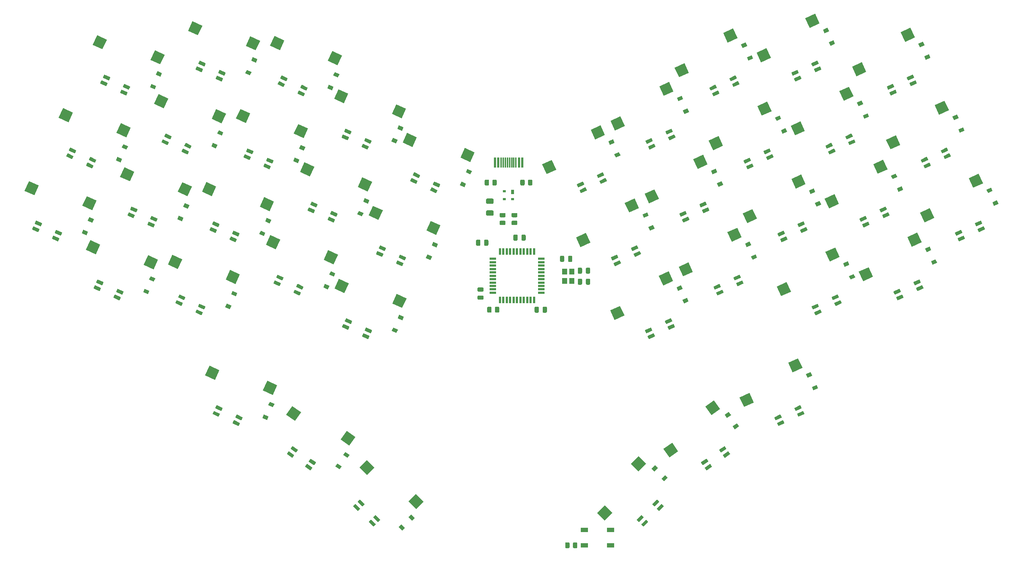
<source format=gbr>
%TF.GenerationSoftware,KiCad,Pcbnew,(5.1.9)-1*%
%TF.CreationDate,2021-07-16T02:30:04-07:00*%
%TF.ProjectId,barobord,6261726f-626f-4726-942e-6b696361645f,rev?*%
%TF.SameCoordinates,Original*%
%TF.FileFunction,Paste,Bot*%
%TF.FilePolarity,Positive*%
%FSLAX46Y46*%
G04 Gerber Fmt 4.6, Leading zero omitted, Abs format (unit mm)*
G04 Created by KiCad (PCBNEW (5.1.9)-1) date 2021-07-16 02:30:04*
%MOMM*%
%LPD*%
G01*
G04 APERTURE LIST*
%ADD10C,0.100000*%
%ADD11R,1.200000X1.400000*%
%ADD12R,0.600000X2.450000*%
%ADD13R,0.300000X2.450000*%
%ADD14R,0.700000X1.000000*%
%ADD15R,0.700000X0.600000*%
%ADD16R,1.500000X0.550000*%
%ADD17R,0.550000X1.500000*%
%ADD18R,1.800000X1.100000*%
G04 APERTURE END LIST*
%TO.C,D56*%
G36*
G01*
X119716934Y-83229020D02*
X121018392Y-83835900D01*
G75*
G02*
X121058054Y-83944872I-34655J-74317D01*
G01*
X120780816Y-84539410D01*
G75*
G02*
X120671844Y-84579072I-74317J34655D01*
G01*
X119370386Y-83972192D01*
G75*
G02*
X119330724Y-83863220I34655J74317D01*
G01*
X119607962Y-83268682D01*
G75*
G02*
X119716934Y-83229020I74317J-34655D01*
G01*
G37*
G36*
G01*
X120350862Y-81869558D02*
X121652320Y-82476438D01*
G75*
G02*
X121691982Y-82585410I-34655J-74317D01*
G01*
X121414744Y-83179948D01*
G75*
G02*
X121305772Y-83219610I-74317J34655D01*
G01*
X120004314Y-82612730D01*
G75*
G02*
X119964652Y-82503758I34655J74317D01*
G01*
X120241890Y-81909220D01*
G75*
G02*
X120350862Y-81869558I74317J-34655D01*
G01*
G37*
G36*
G01*
X115004134Y-81031405D02*
X116305592Y-81638285D01*
G75*
G02*
X116345254Y-81747257I-34655J-74317D01*
G01*
X116068016Y-82341795D01*
G75*
G02*
X115959044Y-82381457I-74317J34655D01*
G01*
X114657586Y-81774577D01*
G75*
G02*
X114617924Y-81665605I34655J74317D01*
G01*
X114895162Y-81071067D01*
G75*
G02*
X115004134Y-81031405I74317J-34655D01*
G01*
G37*
G36*
G01*
X115638061Y-79671943D02*
X116939519Y-80278823D01*
G75*
G02*
X116979181Y-80387795I-34655J-74317D01*
G01*
X116701943Y-80982333D01*
G75*
G02*
X116592971Y-81021995I-74317J34655D01*
G01*
X115291513Y-80415115D01*
G75*
G02*
X115251851Y-80306143I34655J74317D01*
G01*
X115529089Y-79711605D01*
G75*
G02*
X115638061Y-79671943I74317J-34655D01*
G01*
G37*
%TD*%
%TO.C,D57*%
G36*
G01*
X111687188Y-100448867D02*
X112988646Y-101055747D01*
G75*
G02*
X113028308Y-101164719I-34655J-74317D01*
G01*
X112751070Y-101759257D01*
G75*
G02*
X112642098Y-101798919I-74317J34655D01*
G01*
X111340640Y-101192039D01*
G75*
G02*
X111300978Y-101083067I34655J74317D01*
G01*
X111578216Y-100488529D01*
G75*
G02*
X111687188Y-100448867I74317J-34655D01*
G01*
G37*
G36*
G01*
X112321116Y-99089405D02*
X113622574Y-99696285D01*
G75*
G02*
X113662236Y-99805257I-34655J-74317D01*
G01*
X113384998Y-100399795D01*
G75*
G02*
X113276026Y-100439457I-74317J34655D01*
G01*
X111974568Y-99832577D01*
G75*
G02*
X111934906Y-99723605I34655J74317D01*
G01*
X112212144Y-99129067D01*
G75*
G02*
X112321116Y-99089405I74317J-34655D01*
G01*
G37*
G36*
G01*
X106974388Y-98251252D02*
X108275846Y-98858132D01*
G75*
G02*
X108315508Y-98967104I-34655J-74317D01*
G01*
X108038270Y-99561642D01*
G75*
G02*
X107929298Y-99601304I-74317J34655D01*
G01*
X106627840Y-98994424D01*
G75*
G02*
X106588178Y-98885452I34655J74317D01*
G01*
X106865416Y-98290914D01*
G75*
G02*
X106974388Y-98251252I74317J-34655D01*
G01*
G37*
G36*
G01*
X107608315Y-96891790D02*
X108909773Y-97498670D01*
G75*
G02*
X108949435Y-97607642I-34655J-74317D01*
G01*
X108672197Y-98202180D01*
G75*
G02*
X108563225Y-98241842I-74317J34655D01*
G01*
X107261767Y-97634962D01*
G75*
G02*
X107222105Y-97525990I34655J74317D01*
G01*
X107499343Y-96931452D01*
G75*
G02*
X107608315Y-96891790I74317J-34655D01*
G01*
G37*
%TD*%
%TO.C,D45*%
G36*
G01*
X61084192Y-74093857D02*
X62385650Y-74700737D01*
G75*
G02*
X62425312Y-74809709I-34655J-74317D01*
G01*
X62148074Y-75404247D01*
G75*
G02*
X62039102Y-75443909I-74317J34655D01*
G01*
X60737644Y-74837029D01*
G75*
G02*
X60697982Y-74728057I34655J74317D01*
G01*
X60975220Y-74133519D01*
G75*
G02*
X61084192Y-74093857I74317J-34655D01*
G01*
G37*
G36*
G01*
X61718120Y-72734395D02*
X63019578Y-73341275D01*
G75*
G02*
X63059240Y-73450247I-34655J-74317D01*
G01*
X62782002Y-74044785D01*
G75*
G02*
X62673030Y-74084447I-74317J34655D01*
G01*
X61371572Y-73477567D01*
G75*
G02*
X61331910Y-73368595I34655J74317D01*
G01*
X61609148Y-72774057D01*
G75*
G02*
X61718120Y-72734395I74317J-34655D01*
G01*
G37*
G36*
G01*
X56371392Y-71896242D02*
X57672850Y-72503122D01*
G75*
G02*
X57712512Y-72612094I-34655J-74317D01*
G01*
X57435274Y-73206632D01*
G75*
G02*
X57326302Y-73246294I-74317J34655D01*
G01*
X56024844Y-72639414D01*
G75*
G02*
X55985182Y-72530442I34655J74317D01*
G01*
X56262420Y-71935904D01*
G75*
G02*
X56371392Y-71896242I74317J-34655D01*
G01*
G37*
G36*
G01*
X57005319Y-70536780D02*
X58306777Y-71143660D01*
G75*
G02*
X58346439Y-71252632I-34655J-74317D01*
G01*
X58069201Y-71847170D01*
G75*
G02*
X57960229Y-71886832I-74317J34655D01*
G01*
X56658771Y-71279952D01*
G75*
G02*
X56619109Y-71170980I34655J74317D01*
G01*
X56896347Y-70576442D01*
G75*
G02*
X57005319Y-70536780I74317J-34655D01*
G01*
G37*
%TD*%
%TO.C,D65*%
G36*
G01*
X175394408Y-81638285D02*
X176695866Y-81031405D01*
G75*
G02*
X176804838Y-81071067I34655J-74317D01*
G01*
X177082076Y-81665605D01*
G75*
G02*
X177042414Y-81774577I-74317J-34655D01*
G01*
X175740956Y-82381457D01*
G75*
G02*
X175631984Y-82341795I-34655J74317D01*
G01*
X175354746Y-81747257D01*
G75*
G02*
X175394408Y-81638285I74317J34655D01*
G01*
G37*
G36*
G01*
X174760481Y-80278823D02*
X176061939Y-79671943D01*
G75*
G02*
X176170911Y-79711605I34655J-74317D01*
G01*
X176448149Y-80306143D01*
G75*
G02*
X176408487Y-80415115I-74317J-34655D01*
G01*
X175107029Y-81021995D01*
G75*
G02*
X174998057Y-80982333I-34655J74317D01*
G01*
X174720819Y-80387795D01*
G75*
G02*
X174760481Y-80278823I74317J34655D01*
G01*
G37*
G36*
G01*
X170681608Y-83835900D02*
X171983066Y-83229020D01*
G75*
G02*
X172092038Y-83268682I34655J-74317D01*
G01*
X172369276Y-83863220D01*
G75*
G02*
X172329614Y-83972192I-74317J-34655D01*
G01*
X171028156Y-84579072D01*
G75*
G02*
X170919184Y-84539410I-34655J74317D01*
G01*
X170641946Y-83944872D01*
G75*
G02*
X170681608Y-83835900I74317J34655D01*
G01*
G37*
G36*
G01*
X170047680Y-82476438D02*
X171349138Y-81869558D01*
G75*
G02*
X171458110Y-81909220I34655J-74317D01*
G01*
X171735348Y-82503758D01*
G75*
G02*
X171695686Y-82612730I-74317J-34655D01*
G01*
X170394228Y-83219610D01*
G75*
G02*
X170285256Y-83179948I-34655J74317D01*
G01*
X170008018Y-82585410D01*
G75*
G02*
X170047680Y-82476438I74317J34655D01*
G01*
G37*
%TD*%
%TO.C,D59*%
G36*
G01*
X98359178Y-131279533D02*
X99535480Y-132103189D01*
G75*
G02*
X99555617Y-132217392I-47033J-67170D01*
G01*
X99179351Y-132754756D01*
G75*
G02*
X99065148Y-132774893I-67170J47033D01*
G01*
X97888846Y-131951237D01*
G75*
G02*
X97868709Y-131837034I47033J67170D01*
G01*
X98244975Y-131299670D01*
G75*
G02*
X98359178Y-131279533I67170J-47033D01*
G01*
G37*
G36*
G01*
X99219543Y-130050805D02*
X100395845Y-130874461D01*
G75*
G02*
X100415982Y-130988664I-47033J-67170D01*
G01*
X100039716Y-131526028D01*
G75*
G02*
X99925513Y-131546165I-67170J47033D01*
G01*
X98749211Y-130722509D01*
G75*
G02*
X98729074Y-130608306I47033J67170D01*
G01*
X99105340Y-130070942D01*
G75*
G02*
X99219543Y-130050805I67170J-47033D01*
G01*
G37*
G36*
G01*
X94099588Y-128296936D02*
X95275890Y-129120592D01*
G75*
G02*
X95296027Y-129234795I-47033J-67170D01*
G01*
X94919761Y-129772159D01*
G75*
G02*
X94805558Y-129792296I-67170J47033D01*
G01*
X93629256Y-128968640D01*
G75*
G02*
X93609119Y-128854437I47033J67170D01*
G01*
X93985385Y-128317073D01*
G75*
G02*
X94099588Y-128296936I67170J-47033D01*
G01*
G37*
G36*
G01*
X94959952Y-127068208D02*
X96136254Y-127891864D01*
G75*
G02*
X96156391Y-128006067I-47033J-67170D01*
G01*
X95780125Y-128543431D01*
G75*
G02*
X95665922Y-128563568I-67170J47033D01*
G01*
X94489620Y-127739912D01*
G75*
G02*
X94469483Y-127625709I47033J67170D01*
G01*
X94845749Y-127088345D01*
G75*
G02*
X94959952Y-127068208I67170J-47033D01*
G01*
G37*
%TD*%
%TO.C,D53*%
G36*
G01*
X103553633Y-72933503D02*
X104855091Y-73540383D01*
G75*
G02*
X104894753Y-73649355I-34655J-74317D01*
G01*
X104617515Y-74243893D01*
G75*
G02*
X104508543Y-74283555I-74317J34655D01*
G01*
X103207085Y-73676675D01*
G75*
G02*
X103167423Y-73567703I34655J74317D01*
G01*
X103444661Y-72973165D01*
G75*
G02*
X103553633Y-72933503I74317J-34655D01*
G01*
G37*
G36*
G01*
X104187561Y-71574041D02*
X105489019Y-72180921D01*
G75*
G02*
X105528681Y-72289893I-34655J-74317D01*
G01*
X105251443Y-72884431D01*
G75*
G02*
X105142471Y-72924093I-74317J34655D01*
G01*
X103841013Y-72317213D01*
G75*
G02*
X103801351Y-72208241I34655J74317D01*
G01*
X104078589Y-71613703D01*
G75*
G02*
X104187561Y-71574041I74317J-34655D01*
G01*
G37*
G36*
G01*
X98840833Y-70735888D02*
X100142291Y-71342768D01*
G75*
G02*
X100181953Y-71451740I-34655J-74317D01*
G01*
X99904715Y-72046278D01*
G75*
G02*
X99795743Y-72085940I-74317J34655D01*
G01*
X98494285Y-71479060D01*
G75*
G02*
X98454623Y-71370088I34655J74317D01*
G01*
X98731861Y-70775550D01*
G75*
G02*
X98840833Y-70735888I74317J-34655D01*
G01*
G37*
G36*
G01*
X99474760Y-69376426D02*
X100776218Y-69983306D01*
G75*
G02*
X100815880Y-70092278I-34655J-74317D01*
G01*
X100538642Y-70686816D01*
G75*
G02*
X100429670Y-70726478I-74317J34655D01*
G01*
X99128212Y-70119598D01*
G75*
G02*
X99088550Y-70010626I34655J74317D01*
G01*
X99365788Y-69416088D01*
G75*
G02*
X99474760Y-69376426I74317J-34655D01*
G01*
G37*
%TD*%
%TO.C,D52*%
G36*
G01*
X95523886Y-90153351D02*
X96825344Y-90760231D01*
G75*
G02*
X96865006Y-90869203I-34655J-74317D01*
G01*
X96587768Y-91463741D01*
G75*
G02*
X96478796Y-91503403I-74317J34655D01*
G01*
X95177338Y-90896523D01*
G75*
G02*
X95137676Y-90787551I34655J74317D01*
G01*
X95414914Y-90193013D01*
G75*
G02*
X95523886Y-90153351I74317J-34655D01*
G01*
G37*
G36*
G01*
X96157814Y-88793889D02*
X97459272Y-89400769D01*
G75*
G02*
X97498934Y-89509741I-34655J-74317D01*
G01*
X97221696Y-90104279D01*
G75*
G02*
X97112724Y-90143941I-74317J34655D01*
G01*
X95811266Y-89537061D01*
G75*
G02*
X95771604Y-89428089I34655J74317D01*
G01*
X96048842Y-88833551D01*
G75*
G02*
X96157814Y-88793889I74317J-34655D01*
G01*
G37*
G36*
G01*
X90811086Y-87955736D02*
X92112544Y-88562616D01*
G75*
G02*
X92152206Y-88671588I-34655J-74317D01*
G01*
X91874968Y-89266126D01*
G75*
G02*
X91765996Y-89305788I-74317J34655D01*
G01*
X90464538Y-88698908D01*
G75*
G02*
X90424876Y-88589936I34655J74317D01*
G01*
X90702114Y-87995398D01*
G75*
G02*
X90811086Y-87955736I74317J-34655D01*
G01*
G37*
G36*
G01*
X91445013Y-86596274D02*
X92746471Y-87203154D01*
G75*
G02*
X92786133Y-87312126I-34655J-74317D01*
G01*
X92508895Y-87906664D01*
G75*
G02*
X92399923Y-87946326I-74317J34655D01*
G01*
X91098465Y-87339446D01*
G75*
G02*
X91058803Y-87230474I34655J74317D01*
G01*
X91336041Y-86635936D01*
G75*
G02*
X91445013Y-86596274I74317J-34655D01*
G01*
G37*
%TD*%
%TO.C,D54*%
G36*
G01*
X111583380Y-55713656D02*
X112884838Y-56320536D01*
G75*
G02*
X112924500Y-56429508I-34655J-74317D01*
G01*
X112647262Y-57024046D01*
G75*
G02*
X112538290Y-57063708I-74317J34655D01*
G01*
X111236832Y-56456828D01*
G75*
G02*
X111197170Y-56347856I34655J74317D01*
G01*
X111474408Y-55753318D01*
G75*
G02*
X111583380Y-55713656I74317J-34655D01*
G01*
G37*
G36*
G01*
X112217308Y-54354194D02*
X113518766Y-54961074D01*
G75*
G02*
X113558428Y-55070046I-34655J-74317D01*
G01*
X113281190Y-55664584D01*
G75*
G02*
X113172218Y-55704246I-74317J34655D01*
G01*
X111870760Y-55097366D01*
G75*
G02*
X111831098Y-54988394I34655J74317D01*
G01*
X112108336Y-54393856D01*
G75*
G02*
X112217308Y-54354194I74317J-34655D01*
G01*
G37*
G36*
G01*
X106870580Y-53516041D02*
X108172038Y-54122921D01*
G75*
G02*
X108211700Y-54231893I-34655J-74317D01*
G01*
X107934462Y-54826431D01*
G75*
G02*
X107825490Y-54866093I-74317J34655D01*
G01*
X106524032Y-54259213D01*
G75*
G02*
X106484370Y-54150241I34655J74317D01*
G01*
X106761608Y-53555703D01*
G75*
G02*
X106870580Y-53516041I74317J-34655D01*
G01*
G37*
G36*
G01*
X107504507Y-52156579D02*
X108805965Y-52763459D01*
G75*
G02*
X108845627Y-52872431I-34655J-74317D01*
G01*
X108568389Y-53466969D01*
G75*
G02*
X108459417Y-53506631I-74317J34655D01*
G01*
X107157959Y-52899751D01*
G75*
G02*
X107118297Y-52790779I34655J74317D01*
G01*
X107395535Y-52196241D01*
G75*
G02*
X107504507Y-52156579I74317J-34655D01*
G01*
G37*
%TD*%
D10*
%TO.C,SW24*%
G36*
X88646754Y-79542826D02*
G01*
X89703299Y-77277057D01*
X92014384Y-78354734D01*
X90957839Y-80620503D01*
X88646754Y-79542826D01*
G37*
G36*
X102272567Y-83094067D02*
G01*
X103329112Y-80828298D01*
X105640197Y-81905975D01*
X104583652Y-84171744D01*
X102272567Y-83094067D01*
G37*
%TD*%
%TO.C,SW4*%
G36*
X104706248Y-45103131D02*
G01*
X105762793Y-42837362D01*
X108073878Y-43915039D01*
X107017333Y-46180808D01*
X104706248Y-45103131D01*
G37*
G36*
X118332061Y-48654372D02*
G01*
X119388606Y-46388603D01*
X121699691Y-47466280D01*
X120643146Y-49732049D01*
X118332061Y-48654372D01*
G37*
%TD*%
%TO.C,SW14*%
G36*
X96676501Y-62322978D02*
G01*
X97733046Y-60057209D01*
X100044131Y-61134886D01*
X98987586Y-63400655D01*
X96676501Y-62322978D01*
G37*
G36*
X110302314Y-65874219D02*
G01*
X111358859Y-63608450D01*
X113669944Y-64686127D01*
X112613399Y-66951896D01*
X110302314Y-65874219D01*
G37*
%TD*%
%TO.C,SW34*%
G36*
X93429024Y-119636005D02*
G01*
X94862965Y-117588125D01*
X96951802Y-119050745D01*
X95517861Y-121098625D01*
X93429024Y-119636005D01*
G37*
G36*
X106231164Y-125499392D02*
G01*
X107665105Y-123451512D01*
X109753942Y-124914132D01*
X108320001Y-126962012D01*
X106231164Y-125499392D01*
G37*
%TD*%
%TO.C,SW7*%
G36*
X170979294Y-52570796D02*
G01*
X169922749Y-50305027D01*
X172233834Y-49227350D01*
X173290379Y-51493119D01*
X170979294Y-52570796D01*
G37*
G36*
X182458206Y-44415512D02*
G01*
X181401661Y-42149743D01*
X183712746Y-41072066D01*
X184769291Y-43337835D01*
X182458206Y-44415512D01*
G37*
%TD*%
%TO.C,SW40*%
G36*
X229508229Y-88170844D02*
G01*
X228451684Y-85905075D01*
X230762769Y-84827398D01*
X231819314Y-87093167D01*
X229508229Y-88170844D01*
G37*
G36*
X240987141Y-80015560D02*
G01*
X239930596Y-77749791D01*
X242241681Y-76672114D01*
X243298226Y-78937883D01*
X240987141Y-80015560D01*
G37*
%TD*%
%TO.C,SW39*%
G36*
X210175291Y-91669052D02*
G01*
X209118746Y-89403283D01*
X211429831Y-88325606D01*
X212486376Y-90591375D01*
X210175291Y-91669052D01*
G37*
G36*
X221654203Y-83513768D02*
G01*
X220597658Y-81247999D01*
X222908743Y-80170322D01*
X223965288Y-82436091D01*
X221654203Y-83513768D01*
G37*
%TD*%
%TO.C,SW38*%
G36*
X201407808Y-117824955D02*
G01*
X200351263Y-115559186D01*
X202662348Y-114481509D01*
X203718893Y-116747278D01*
X201407808Y-117824955D01*
G37*
G36*
X212886720Y-109669671D02*
G01*
X211830175Y-107403902D01*
X214141260Y-106326225D01*
X215197805Y-108591994D01*
X212886720Y-109669671D01*
G37*
%TD*%
%TO.C,SW37*%
G36*
X183796560Y-129771101D02*
G01*
X182362619Y-127723221D01*
X184451456Y-126260601D01*
X185885397Y-128308481D01*
X183796560Y-129771101D01*
G37*
G36*
X193684932Y-119746421D02*
G01*
X192250991Y-117698541D01*
X194339828Y-116235921D01*
X195773769Y-118283801D01*
X193684932Y-119746421D01*
G37*
%TD*%
%TO.C,SW36*%
G36*
X168527294Y-144593920D02*
G01*
X166759527Y-142826153D01*
X168562650Y-141023030D01*
X170330417Y-142790797D01*
X168527294Y-144593920D01*
G37*
G36*
X176524671Y-133004440D02*
G01*
X174756904Y-131236673D01*
X176560027Y-129433550D01*
X178327794Y-131201317D01*
X176524671Y-133004440D01*
G37*
%TD*%
%TO.C,SW35*%
G36*
X110678129Y-132099343D02*
G01*
X112445896Y-130331576D01*
X114249019Y-132134699D01*
X112481252Y-133902466D01*
X110678129Y-132099343D01*
G37*
G36*
X122267609Y-140096720D02*
G01*
X124035376Y-138328953D01*
X125838499Y-140132076D01*
X124070732Y-141899843D01*
X122267609Y-140096720D01*
G37*
%TD*%
%TO.C,SW33*%
G36*
X74277734Y-110357290D02*
G01*
X75334279Y-108091521D01*
X77645364Y-109169198D01*
X76588819Y-111434967D01*
X74277734Y-110357290D01*
G37*
G36*
X87903547Y-113908531D02*
G01*
X88960092Y-111642762D01*
X91271177Y-112720439D01*
X90214632Y-114986208D01*
X87903547Y-113908531D01*
G37*
%TD*%
%TO.C,SW32*%
G36*
X65510251Y-84201387D02*
G01*
X66566796Y-81935618D01*
X68877881Y-83013295D01*
X67821336Y-85279064D01*
X65510251Y-84201387D01*
G37*
G36*
X79136064Y-87752628D02*
G01*
X80192609Y-85486859D01*
X82503694Y-86564536D01*
X81447149Y-88830305D01*
X79136064Y-87752628D01*
G37*
%TD*%
%TO.C,SW31*%
G36*
X46177313Y-80703179D02*
G01*
X47233858Y-78437410D01*
X49544943Y-79515087D01*
X48488398Y-81780856D01*
X46177313Y-80703179D01*
G37*
G36*
X59803126Y-84254420D02*
G01*
X60859671Y-81988651D01*
X63170756Y-83066328D01*
X62114211Y-85332097D01*
X59803126Y-84254420D01*
G37*
%TD*%
%TO.C,SW30*%
G36*
X243981057Y-74250097D02*
G01*
X242924512Y-71984328D01*
X245235597Y-70906651D01*
X246292142Y-73172420D01*
X243981057Y-74250097D01*
G37*
G36*
X255459969Y-66094813D02*
G01*
X254403424Y-63829044D01*
X256714509Y-62751367D01*
X257771054Y-65017136D01*
X255459969Y-66094813D01*
G37*
%TD*%
%TO.C,SW29*%
G36*
X221478482Y-70950997D02*
G01*
X220421937Y-68685228D01*
X222733022Y-67607551D01*
X223789567Y-69873320D01*
X221478482Y-70950997D01*
G37*
G36*
X232957394Y-62795713D02*
G01*
X231900849Y-60529944D01*
X234211934Y-59452267D01*
X235268479Y-61718036D01*
X232957394Y-62795713D01*
G37*
%TD*%
%TO.C,SW28*%
G36*
X202145544Y-74449205D02*
G01*
X201088999Y-72183436D01*
X203400084Y-71105759D01*
X204456629Y-73371528D01*
X202145544Y-74449205D01*
G37*
G36*
X213624456Y-66293921D02*
G01*
X212567911Y-64028152D01*
X214878996Y-62950475D01*
X215935541Y-65216244D01*
X213624456Y-66293921D01*
G37*
%TD*%
%TO.C,SW27*%
G36*
X187038788Y-87010491D02*
G01*
X185982243Y-84744722D01*
X188293328Y-83667045D01*
X189349873Y-85932814D01*
X187038788Y-87010491D01*
G37*
G36*
X198517700Y-78855207D02*
G01*
X197461155Y-76589438D01*
X199772240Y-75511761D01*
X200828785Y-77777530D01*
X198517700Y-78855207D01*
G37*
%TD*%
%TO.C,SW26*%
G36*
X170875486Y-97306007D02*
G01*
X169818941Y-95040238D01*
X172130026Y-93962561D01*
X173186571Y-96228330D01*
X170875486Y-97306007D01*
G37*
G36*
X182354398Y-89150723D02*
G01*
X181297853Y-86884954D01*
X183608938Y-85807277D01*
X184665483Y-88073046D01*
X182354398Y-89150723D01*
G37*
%TD*%
%TO.C,SW25*%
G36*
X104810056Y-89838342D02*
G01*
X105866601Y-87572573D01*
X108177686Y-88650250D01*
X107121141Y-90916019D01*
X104810056Y-89838342D01*
G37*
G36*
X118435869Y-93389583D02*
G01*
X119492414Y-91123814D01*
X121803499Y-92201491D01*
X120746954Y-94467260D01*
X118435869Y-93389583D01*
G37*
%TD*%
%TO.C,SW23*%
G36*
X73539998Y-66981540D02*
G01*
X74596543Y-64715771D01*
X76907628Y-65793448D01*
X75851083Y-68059217D01*
X73539998Y-66981540D01*
G37*
G36*
X87165811Y-70532781D02*
G01*
X88222356Y-68267012D01*
X90533441Y-69344689D01*
X89476896Y-71610458D01*
X87165811Y-70532781D01*
G37*
%TD*%
%TO.C,SW22*%
G36*
X54207060Y-63483332D02*
G01*
X55263605Y-61217563D01*
X57574690Y-62295240D01*
X56518145Y-64561009D01*
X54207060Y-63483332D01*
G37*
G36*
X67832873Y-67034573D02*
G01*
X68889418Y-64768804D01*
X71200503Y-65846481D01*
X70143958Y-68112250D01*
X67832873Y-67034573D01*
G37*
%TD*%
%TO.C,SW21*%
G36*
X31704485Y-66782432D02*
G01*
X32761030Y-64516663D01*
X35072115Y-65594340D01*
X34015570Y-67860109D01*
X31704485Y-66782432D01*
G37*
G36*
X45330298Y-70333673D02*
G01*
X46386843Y-68067904D01*
X48697928Y-69145581D01*
X47641383Y-71411350D01*
X45330298Y-70333673D01*
G37*
%TD*%
%TO.C,SW20*%
G36*
X235951310Y-57030250D02*
G01*
X234894765Y-54764481D01*
X237205850Y-53686804D01*
X238262395Y-55952573D01*
X235951310Y-57030250D01*
G37*
G36*
X247430222Y-48874966D02*
G01*
X246373677Y-46609197D01*
X248684762Y-45531520D01*
X249741307Y-47797289D01*
X247430222Y-48874966D01*
G37*
%TD*%
%TO.C,SW19*%
G36*
X213448735Y-53731150D02*
G01*
X212392190Y-51465381D01*
X214703275Y-50387704D01*
X215759820Y-52653473D01*
X213448735Y-53731150D01*
G37*
G36*
X224927647Y-45575866D02*
G01*
X223871102Y-43310097D01*
X226182187Y-42232420D01*
X227238732Y-44498189D01*
X224927647Y-45575866D01*
G37*
%TD*%
%TO.C,SW18*%
G36*
X194115797Y-57229358D02*
G01*
X193059252Y-54963589D01*
X195370337Y-53885912D01*
X196426882Y-56151681D01*
X194115797Y-57229358D01*
G37*
G36*
X205594709Y-49074074D02*
G01*
X204538164Y-46808305D01*
X206849249Y-45730628D01*
X207905794Y-47996397D01*
X205594709Y-49074074D01*
G37*
%TD*%
%TO.C,SW17*%
G36*
X179009041Y-69790643D02*
G01*
X177952496Y-67524874D01*
X180263581Y-66447197D01*
X181320126Y-68712966D01*
X179009041Y-69790643D01*
G37*
G36*
X190487953Y-61635359D02*
G01*
X189431408Y-59369590D01*
X191742493Y-58291913D01*
X192799038Y-60557682D01*
X190487953Y-61635359D01*
G37*
%TD*%
%TO.C,SW16*%
G36*
X162845740Y-80086160D02*
G01*
X161789195Y-77820391D01*
X164100280Y-76742714D01*
X165156825Y-79008483D01*
X162845740Y-80086160D01*
G37*
G36*
X174324652Y-71930876D02*
G01*
X173268107Y-69665107D01*
X175579192Y-68587430D01*
X176635737Y-70853199D01*
X174324652Y-71930876D01*
G37*
%TD*%
%TO.C,SW15*%
G36*
X112839802Y-72618495D02*
G01*
X113896347Y-70352726D01*
X116207432Y-71430403D01*
X115150887Y-73696172D01*
X112839802Y-72618495D01*
G37*
G36*
X126465615Y-76169736D02*
G01*
X127522160Y-73903967D01*
X129833245Y-74981644D01*
X128776700Y-77247413D01*
X126465615Y-76169736D01*
G37*
%TD*%
%TO.C,SW13*%
G36*
X81569745Y-49761693D02*
G01*
X82626290Y-47495924D01*
X84937375Y-48573601D01*
X83880830Y-50839370D01*
X81569745Y-49761693D01*
G37*
G36*
X95195558Y-53312934D02*
G01*
X96252103Y-51047165D01*
X98563188Y-52124842D01*
X97506643Y-54390611D01*
X95195558Y-53312934D01*
G37*
%TD*%
%TO.C,SW12*%
G36*
X62236807Y-46263485D02*
G01*
X63293352Y-43997716D01*
X65604437Y-45075393D01*
X64547892Y-47341162D01*
X62236807Y-46263485D01*
G37*
G36*
X75862620Y-49814726D02*
G01*
X76919165Y-47548957D01*
X79230250Y-48626634D01*
X78173705Y-50892403D01*
X75862620Y-49814726D01*
G37*
%TD*%
%TO.C,SW11*%
G36*
X39734232Y-49562585D02*
G01*
X40790777Y-47296816D01*
X43101862Y-48374493D01*
X42045317Y-50640262D01*
X39734232Y-49562585D01*
G37*
G36*
X53360045Y-53113826D02*
G01*
X54416590Y-50848057D01*
X56727675Y-51925734D01*
X55671130Y-54191503D01*
X53360045Y-53113826D01*
G37*
%TD*%
%TO.C,SW10*%
G36*
X227921563Y-39810403D02*
G01*
X226865018Y-37544634D01*
X229176103Y-36466957D01*
X230232648Y-38732726D01*
X227921563Y-39810403D01*
G37*
G36*
X239400475Y-31655119D02*
G01*
X238343930Y-29389350D01*
X240655015Y-28311673D01*
X241711560Y-30577442D01*
X239400475Y-31655119D01*
G37*
%TD*%
%TO.C,SW9*%
G36*
X205418988Y-36511303D02*
G01*
X204362443Y-34245534D01*
X206673528Y-33167857D01*
X207730073Y-35433626D01*
X205418988Y-36511303D01*
G37*
G36*
X216897900Y-28356019D02*
G01*
X215841355Y-26090250D01*
X218152440Y-25012573D01*
X219208985Y-27278342D01*
X216897900Y-28356019D01*
G37*
%TD*%
%TO.C,SW8*%
G36*
X186086050Y-40009511D02*
G01*
X185029505Y-37743742D01*
X187340590Y-36666065D01*
X188397135Y-38931834D01*
X186086050Y-40009511D01*
G37*
G36*
X197564962Y-31854227D02*
G01*
X196508417Y-29588458D01*
X198819502Y-28510781D01*
X199876047Y-30776550D01*
X197564962Y-31854227D01*
G37*
%TD*%
%TO.C,SW6*%
G36*
X154815993Y-62866313D02*
G01*
X153759448Y-60600544D01*
X156070533Y-59522867D01*
X157127078Y-61788636D01*
X154815993Y-62866313D01*
G37*
G36*
X166294905Y-54711029D02*
G01*
X165238360Y-52445260D01*
X167549445Y-51367583D01*
X168605990Y-53633352D01*
X166294905Y-54711029D01*
G37*
%TD*%
%TO.C,SW5*%
G36*
X120869549Y-55398648D02*
G01*
X121926094Y-53132879D01*
X124237179Y-54210556D01*
X123180634Y-56476325D01*
X120869549Y-55398648D01*
G37*
G36*
X134495362Y-58949889D02*
G01*
X135551907Y-56684120D01*
X137862992Y-57761797D01*
X136806447Y-60027566D01*
X134495362Y-58949889D01*
G37*
%TD*%
%TO.C,SW3*%
G36*
X89599492Y-32541846D02*
G01*
X90656037Y-30276077D01*
X92967122Y-31353754D01*
X91910577Y-33619523D01*
X89599492Y-32541846D01*
G37*
G36*
X103225305Y-36093087D02*
G01*
X104281850Y-33827318D01*
X106592935Y-34904995D01*
X105536390Y-37170764D01*
X103225305Y-36093087D01*
G37*
%TD*%
%TO.C,SW2*%
G36*
X70266554Y-29043638D02*
G01*
X71323099Y-26777869D01*
X73634184Y-27855546D01*
X72577639Y-30121315D01*
X70266554Y-29043638D01*
G37*
G36*
X83892367Y-32594879D02*
G01*
X84948912Y-30329110D01*
X87259997Y-31406787D01*
X86203452Y-33672556D01*
X83892367Y-32594879D01*
G37*
%TD*%
%TO.C,SW1*%
G36*
X47763979Y-32342738D02*
G01*
X48820524Y-30076969D01*
X51131609Y-31154646D01*
X50075064Y-33420415D01*
X47763979Y-32342738D01*
G37*
G36*
X61389792Y-35893979D02*
G01*
X62446337Y-33628210D01*
X64757422Y-34705887D01*
X63700877Y-36971656D01*
X61389792Y-35893979D01*
G37*
%TD*%
D11*
%TO.C,Y1*%
X160752593Y-88108404D03*
X160752593Y-85908404D03*
X159052593Y-85908404D03*
X159052593Y-88108404D03*
%TD*%
D12*
%TO.C,USB1*%
X149077593Y-60103404D03*
X142627593Y-60103404D03*
X148302593Y-60103404D03*
X143402593Y-60103404D03*
D13*
X144102593Y-60103404D03*
X147602593Y-60103404D03*
X144602593Y-60103404D03*
X147102593Y-60103404D03*
X145102593Y-60103404D03*
X146602593Y-60103404D03*
X146102593Y-60103404D03*
X145602593Y-60103404D03*
%TD*%
D14*
%TO.C,U2*%
X146852593Y-67108404D03*
D15*
X144852593Y-66908404D03*
X146852593Y-68808404D03*
X144852593Y-68808404D03*
%TD*%
D16*
%TO.C,U1*%
X142152593Y-82858404D03*
X142152593Y-83658404D03*
X142152593Y-84458404D03*
X142152593Y-85258404D03*
X142152593Y-86058404D03*
X142152593Y-86858404D03*
X142152593Y-87658404D03*
X142152593Y-88458404D03*
X142152593Y-89258404D03*
X142152593Y-90058404D03*
X142152593Y-90858404D03*
D17*
X143852593Y-92558404D03*
X144652593Y-92558404D03*
X145452593Y-92558404D03*
X146252593Y-92558404D03*
X147052593Y-92558404D03*
X147852593Y-92558404D03*
X148652593Y-92558404D03*
X149452593Y-92558404D03*
X150252593Y-92558404D03*
X151052593Y-92558404D03*
X151852593Y-92558404D03*
D16*
X153552593Y-90858404D03*
X153552593Y-90058404D03*
X153552593Y-89258404D03*
X153552593Y-88458404D03*
X153552593Y-87658404D03*
X153552593Y-86858404D03*
X153552593Y-86058404D03*
X153552593Y-85258404D03*
X153552593Y-84458404D03*
X153552593Y-83658404D03*
X153552593Y-82858404D03*
D17*
X151852593Y-81158404D03*
X151052593Y-81158404D03*
X150252593Y-81158404D03*
X149452593Y-81158404D03*
X148652593Y-81158404D03*
X147852593Y-81158404D03*
X147052593Y-81158404D03*
X146252593Y-81158404D03*
X145452593Y-81158404D03*
X144652593Y-81158404D03*
X143852593Y-81158404D03*
%TD*%
D18*
%TO.C,SW41*%
X163752593Y-146808404D03*
X169952593Y-150508404D03*
X163752593Y-150508404D03*
X169952593Y-146808404D03*
%TD*%
%TO.C,R6*%
G36*
G01*
X141252593Y-64408402D02*
X141252593Y-65308406D01*
G75*
G02*
X141002595Y-65558404I-249998J0D01*
G01*
X140477591Y-65558404D01*
G75*
G02*
X140227593Y-65308406I0J249998D01*
G01*
X140227593Y-64408402D01*
G75*
G02*
X140477591Y-64158404I249998J0D01*
G01*
X141002595Y-64158404D01*
G75*
G02*
X141252593Y-64408402I0J-249998D01*
G01*
G37*
G36*
G01*
X143077593Y-64408402D02*
X143077593Y-65308406D01*
G75*
G02*
X142827595Y-65558404I-249998J0D01*
G01*
X142302591Y-65558404D01*
G75*
G02*
X142052593Y-65308406I0J249998D01*
G01*
X142052593Y-64408402D01*
G75*
G02*
X142302591Y-64158404I249998J0D01*
G01*
X142827595Y-64158404D01*
G75*
G02*
X143077593Y-64408402I0J-249998D01*
G01*
G37*
%TD*%
%TO.C,R5*%
G36*
G01*
X150452593Y-65308406D02*
X150452593Y-64408402D01*
G75*
G02*
X150702591Y-64158404I249998J0D01*
G01*
X151227595Y-64158404D01*
G75*
G02*
X151477593Y-64408402I0J-249998D01*
G01*
X151477593Y-65308406D01*
G75*
G02*
X151227595Y-65558404I-249998J0D01*
G01*
X150702591Y-65558404D01*
G75*
G02*
X150452593Y-65308406I0J249998D01*
G01*
G37*
G36*
G01*
X148627593Y-65308406D02*
X148627593Y-64408402D01*
G75*
G02*
X148877591Y-64158404I249998J0D01*
G01*
X149402595Y-64158404D01*
G75*
G02*
X149652593Y-64408402I0J-249998D01*
G01*
X149652593Y-65308406D01*
G75*
G02*
X149402595Y-65558404I-249998J0D01*
G01*
X148877591Y-65558404D01*
G75*
G02*
X148627593Y-65308406I0J249998D01*
G01*
G37*
%TD*%
%TO.C,R4*%
G36*
G01*
X161052593Y-150908406D02*
X161052593Y-150008402D01*
G75*
G02*
X161302591Y-149758404I249998J0D01*
G01*
X161827595Y-149758404D01*
G75*
G02*
X162077593Y-150008402I0J-249998D01*
G01*
X162077593Y-150908406D01*
G75*
G02*
X161827595Y-151158404I-249998J0D01*
G01*
X161302591Y-151158404D01*
G75*
G02*
X161052593Y-150908406I0J249998D01*
G01*
G37*
G36*
G01*
X159227593Y-150908406D02*
X159227593Y-150008402D01*
G75*
G02*
X159477591Y-149758404I249998J0D01*
G01*
X160002595Y-149758404D01*
G75*
G02*
X160252593Y-150008402I0J-249998D01*
G01*
X160252593Y-150908406D01*
G75*
G02*
X160002595Y-151158404I-249998J0D01*
G01*
X159477591Y-151158404D01*
G75*
G02*
X159227593Y-150908406I0J249998D01*
G01*
G37*
%TD*%
%TO.C,R3*%
G36*
G01*
X146802591Y-73858404D02*
X147702595Y-73858404D01*
G75*
G02*
X147952593Y-74108402I0J-249998D01*
G01*
X147952593Y-74633406D01*
G75*
G02*
X147702595Y-74883404I-249998J0D01*
G01*
X146802591Y-74883404D01*
G75*
G02*
X146552593Y-74633406I0J249998D01*
G01*
X146552593Y-74108402D01*
G75*
G02*
X146802591Y-73858404I249998J0D01*
G01*
G37*
G36*
G01*
X146802591Y-72033404D02*
X147702595Y-72033404D01*
G75*
G02*
X147952593Y-72283402I0J-249998D01*
G01*
X147952593Y-72808406D01*
G75*
G02*
X147702595Y-73058404I-249998J0D01*
G01*
X146802591Y-73058404D01*
G75*
G02*
X146552593Y-72808406I0J249998D01*
G01*
X146552593Y-72283402D01*
G75*
G02*
X146802591Y-72033404I249998J0D01*
G01*
G37*
%TD*%
%TO.C,R2*%
G36*
G01*
X144902595Y-73058404D02*
X144002591Y-73058404D01*
G75*
G02*
X143752593Y-72808406I0J249998D01*
G01*
X143752593Y-72283402D01*
G75*
G02*
X144002591Y-72033404I249998J0D01*
G01*
X144902595Y-72033404D01*
G75*
G02*
X145152593Y-72283402I0J-249998D01*
G01*
X145152593Y-72808406D01*
G75*
G02*
X144902595Y-73058404I-249998J0D01*
G01*
G37*
G36*
G01*
X144902595Y-74883404D02*
X144002591Y-74883404D01*
G75*
G02*
X143752593Y-74633406I0J249998D01*
G01*
X143752593Y-74108402D01*
G75*
G02*
X144002591Y-73858404I249998J0D01*
G01*
X144902595Y-73858404D01*
G75*
G02*
X145152593Y-74108402I0J-249998D01*
G01*
X145152593Y-74633406D01*
G75*
G02*
X144902595Y-74883404I-249998J0D01*
G01*
G37*
%TD*%
%TO.C,R1*%
G36*
G01*
X142652593Y-95308406D02*
X142652593Y-94408402D01*
G75*
G02*
X142902591Y-94158404I249998J0D01*
G01*
X143427595Y-94158404D01*
G75*
G02*
X143677593Y-94408402I0J-249998D01*
G01*
X143677593Y-95308406D01*
G75*
G02*
X143427595Y-95558404I-249998J0D01*
G01*
X142902591Y-95558404D01*
G75*
G02*
X142652593Y-95308406I0J249998D01*
G01*
G37*
G36*
G01*
X140827593Y-95308406D02*
X140827593Y-94408402D01*
G75*
G02*
X141077591Y-94158404I249998J0D01*
G01*
X141602595Y-94158404D01*
G75*
G02*
X141852593Y-94408402I0J-249998D01*
G01*
X141852593Y-95308406D01*
G75*
G02*
X141602595Y-95558404I-249998J0D01*
G01*
X141077591Y-95558404D01*
G75*
G02*
X140827593Y-95308406I0J249998D01*
G01*
G37*
%TD*%
%TO.C,F1*%
G36*
G01*
X142077593Y-69883404D02*
X140827593Y-69883404D01*
G75*
G02*
X140577593Y-69633404I0J250000D01*
G01*
X140577593Y-68883404D01*
G75*
G02*
X140827593Y-68633404I250000J0D01*
G01*
X142077593Y-68633404D01*
G75*
G02*
X142327593Y-68883404I0J-250000D01*
G01*
X142327593Y-69633404D01*
G75*
G02*
X142077593Y-69883404I-250000J0D01*
G01*
G37*
G36*
G01*
X142077593Y-72683404D02*
X140827593Y-72683404D01*
G75*
G02*
X140577593Y-72433404I0J250000D01*
G01*
X140577593Y-71683404D01*
G75*
G02*
X140827593Y-71433404I250000J0D01*
G01*
X142077593Y-71433404D01*
G75*
G02*
X142327593Y-71683404I0J-250000D01*
G01*
X142327593Y-72433404D01*
G75*
G02*
X142077593Y-72683404I-250000J0D01*
G01*
G37*
%TD*%
%TO.C,D77*%
G36*
G01*
X242056897Y-89722969D02*
X243358355Y-89116089D01*
G75*
G02*
X243467327Y-89155751I34655J-74317D01*
G01*
X243744565Y-89750289D01*
G75*
G02*
X243704903Y-89859261I-74317J-34655D01*
G01*
X242403445Y-90466141D01*
G75*
G02*
X242294473Y-90426479I-34655J74317D01*
G01*
X242017235Y-89831941D01*
G75*
G02*
X242056897Y-89722969I74317J34655D01*
G01*
G37*
G36*
G01*
X241422970Y-88363507D02*
X242724428Y-87756627D01*
G75*
G02*
X242833400Y-87796289I34655J-74317D01*
G01*
X243110638Y-88390827D01*
G75*
G02*
X243070976Y-88499799I-74317J-34655D01*
G01*
X241769518Y-89106679D01*
G75*
G02*
X241660546Y-89067017I-34655J74317D01*
G01*
X241383308Y-88472479D01*
G75*
G02*
X241422970Y-88363507I74317J34655D01*
G01*
G37*
G36*
G01*
X237344097Y-91920584D02*
X238645555Y-91313704D01*
G75*
G02*
X238754527Y-91353366I34655J-74317D01*
G01*
X239031765Y-91947904D01*
G75*
G02*
X238992103Y-92056876I-74317J-34655D01*
G01*
X237690645Y-92663756D01*
G75*
G02*
X237581673Y-92624094I-34655J74317D01*
G01*
X237304435Y-92029556D01*
G75*
G02*
X237344097Y-91920584I74317J34655D01*
G01*
G37*
G36*
G01*
X236710169Y-90561122D02*
X238011627Y-89954242D01*
G75*
G02*
X238120599Y-89993904I34655J-74317D01*
G01*
X238397837Y-90588442D01*
G75*
G02*
X238358175Y-90697414I-74317J-34655D01*
G01*
X237056717Y-91304294D01*
G75*
G02*
X236947745Y-91264632I-34655J74317D01*
G01*
X236670507Y-90670094D01*
G75*
G02*
X236710169Y-90561122I74317J34655D01*
G01*
G37*
%TD*%
%TO.C,D70*%
G36*
G01*
X222723959Y-93221177D02*
X224025417Y-92614297D01*
G75*
G02*
X224134389Y-92653959I34655J-74317D01*
G01*
X224411627Y-93248497D01*
G75*
G02*
X224371965Y-93357469I-74317J-34655D01*
G01*
X223070507Y-93964349D01*
G75*
G02*
X222961535Y-93924687I-34655J74317D01*
G01*
X222684297Y-93330149D01*
G75*
G02*
X222723959Y-93221177I74317J34655D01*
G01*
G37*
G36*
G01*
X222090032Y-91861715D02*
X223391490Y-91254835D01*
G75*
G02*
X223500462Y-91294497I34655J-74317D01*
G01*
X223777700Y-91889035D01*
G75*
G02*
X223738038Y-91998007I-74317J-34655D01*
G01*
X222436580Y-92604887D01*
G75*
G02*
X222327608Y-92565225I-34655J74317D01*
G01*
X222050370Y-91970687D01*
G75*
G02*
X222090032Y-91861715I74317J34655D01*
G01*
G37*
G36*
G01*
X218011159Y-95418792D02*
X219312617Y-94811912D01*
G75*
G02*
X219421589Y-94851574I34655J-74317D01*
G01*
X219698827Y-95446112D01*
G75*
G02*
X219659165Y-95555084I-74317J-34655D01*
G01*
X218357707Y-96161964D01*
G75*
G02*
X218248735Y-96122302I-34655J74317D01*
G01*
X217971497Y-95527764D01*
G75*
G02*
X218011159Y-95418792I74317J34655D01*
G01*
G37*
G36*
G01*
X217377231Y-94059330D02*
X218678689Y-93452450D01*
G75*
G02*
X218787661Y-93492112I34655J-74317D01*
G01*
X219064899Y-94086650D01*
G75*
G02*
X219025237Y-94195622I-74317J-34655D01*
G01*
X217723779Y-94802502D01*
G75*
G02*
X217614807Y-94762840I-34655J74317D01*
G01*
X217337569Y-94168302D01*
G75*
G02*
X217377231Y-94059330I74317J34655D01*
G01*
G37*
%TD*%
%TO.C,D63*%
G36*
G01*
X213956476Y-119377080D02*
X215257934Y-118770200D01*
G75*
G02*
X215366906Y-118809862I34655J-74317D01*
G01*
X215644144Y-119404400D01*
G75*
G02*
X215604482Y-119513372I-74317J-34655D01*
G01*
X214303024Y-120120252D01*
G75*
G02*
X214194052Y-120080590I-34655J74317D01*
G01*
X213916814Y-119486052D01*
G75*
G02*
X213956476Y-119377080I74317J34655D01*
G01*
G37*
G36*
G01*
X213322549Y-118017618D02*
X214624007Y-117410738D01*
G75*
G02*
X214732979Y-117450400I34655J-74317D01*
G01*
X215010217Y-118044938D01*
G75*
G02*
X214970555Y-118153910I-74317J-34655D01*
G01*
X213669097Y-118760790D01*
G75*
G02*
X213560125Y-118721128I-34655J74317D01*
G01*
X213282887Y-118126590D01*
G75*
G02*
X213322549Y-118017618I74317J34655D01*
G01*
G37*
G36*
G01*
X209243676Y-121574695D02*
X210545134Y-120967815D01*
G75*
G02*
X210654106Y-121007477I34655J-74317D01*
G01*
X210931344Y-121602015D01*
G75*
G02*
X210891682Y-121710987I-74317J-34655D01*
G01*
X209590224Y-122317867D01*
G75*
G02*
X209481252Y-122278205I-34655J74317D01*
G01*
X209204014Y-121683667D01*
G75*
G02*
X209243676Y-121574695I74317J34655D01*
G01*
G37*
G36*
G01*
X208609748Y-120215233D02*
X209911206Y-119608353D01*
G75*
G02*
X210020178Y-119648015I34655J-74317D01*
G01*
X210297416Y-120242553D01*
G75*
G02*
X210257754Y-120351525I-74317J-34655D01*
G01*
X208956296Y-120958405D01*
G75*
G02*
X208847324Y-120918743I-34655J74317D01*
G01*
X208570086Y-120324205D01*
G75*
G02*
X208609748Y-120215233I74317J34655D01*
G01*
G37*
%TD*%
%TO.C,D62*%
G36*
G01*
X196424110Y-129120592D02*
X197600412Y-128296936D01*
G75*
G02*
X197714615Y-128317073I47033J-67170D01*
G01*
X198090881Y-128854437D01*
G75*
G02*
X198070744Y-128968640I-67170J-47033D01*
G01*
X196894442Y-129792296D01*
G75*
G02*
X196780239Y-129772159I-47033J67170D01*
G01*
X196403973Y-129234795D01*
G75*
G02*
X196424110Y-129120592I67170J47033D01*
G01*
G37*
G36*
G01*
X195563746Y-127891864D02*
X196740048Y-127068208D01*
G75*
G02*
X196854251Y-127088345I47033J-67170D01*
G01*
X197230517Y-127625709D01*
G75*
G02*
X197210380Y-127739912I-67170J-47033D01*
G01*
X196034078Y-128563568D01*
G75*
G02*
X195919875Y-128543431I-47033J67170D01*
G01*
X195543609Y-128006067D01*
G75*
G02*
X195563746Y-127891864I67170J47033D01*
G01*
G37*
G36*
G01*
X192164520Y-132103189D02*
X193340822Y-131279533D01*
G75*
G02*
X193455025Y-131299670I47033J-67170D01*
G01*
X193831291Y-131837034D01*
G75*
G02*
X193811154Y-131951237I-67170J-47033D01*
G01*
X192634852Y-132774893D01*
G75*
G02*
X192520649Y-132754756I-47033J67170D01*
G01*
X192144383Y-132217392D01*
G75*
G02*
X192164520Y-132103189I67170J47033D01*
G01*
G37*
G36*
G01*
X191304155Y-130874461D02*
X192480457Y-130050805D01*
G75*
G02*
X192594660Y-130070942I47033J-67170D01*
G01*
X192970926Y-130608306D01*
G75*
G02*
X192950789Y-130722509I-67170J-47033D01*
G01*
X191774487Y-131546165D01*
G75*
G02*
X191660284Y-131526028I-47033J67170D01*
G01*
X191284018Y-130988664D01*
G75*
G02*
X191304155Y-130874461I67170J47033D01*
G01*
G37*
%TD*%
%TO.C,D61*%
G36*
G01*
X180850042Y-141760542D02*
X181865448Y-140745136D01*
G75*
G02*
X181981414Y-140745136I57983J-57983D01*
G01*
X182445276Y-141208998D01*
G75*
G02*
X182445276Y-141324964I-57983J-57983D01*
G01*
X181429870Y-142340370D01*
G75*
G02*
X181313904Y-142340370I-57983J57983D01*
G01*
X180850042Y-141876508D01*
G75*
G02*
X180850042Y-141760542I57983J57983D01*
G01*
G37*
G36*
G01*
X179789382Y-140699882D02*
X180804788Y-139684476D01*
G75*
G02*
X180920754Y-139684476I57983J-57983D01*
G01*
X181384616Y-140148338D01*
G75*
G02*
X181384616Y-140264304I-57983J-57983D01*
G01*
X180369210Y-141279710D01*
G75*
G02*
X180253244Y-141279710I-57983J57983D01*
G01*
X179789382Y-140815848D01*
G75*
G02*
X179789382Y-140699882I57983J57983D01*
G01*
G37*
G36*
G01*
X177173087Y-145437497D02*
X178188493Y-144422091D01*
G75*
G02*
X178304459Y-144422091I57983J-57983D01*
G01*
X178768321Y-144885953D01*
G75*
G02*
X178768321Y-145001919I-57983J-57983D01*
G01*
X177752915Y-146017325D01*
G75*
G02*
X177636949Y-146017325I-57983J57983D01*
G01*
X177173087Y-145553463D01*
G75*
G02*
X177173087Y-145437497I57983J57983D01*
G01*
G37*
G36*
G01*
X176112427Y-144376837D02*
X177127833Y-143361431D01*
G75*
G02*
X177243799Y-143361431I57983J-57983D01*
G01*
X177707661Y-143825293D01*
G75*
G02*
X177707661Y-143941259I-57983J-57983D01*
G01*
X176692255Y-144956665D01*
G75*
G02*
X176576289Y-144956665I-57983J57983D01*
G01*
X176112427Y-144492803D01*
G75*
G02*
X176112427Y-144376837I57983J57983D01*
G01*
G37*
%TD*%
%TO.C,D60*%
G36*
G01*
X113511507Y-144422091D02*
X114526913Y-145437497D01*
G75*
G02*
X114526913Y-145553463I-57983J-57983D01*
G01*
X114063051Y-146017325D01*
G75*
G02*
X113947085Y-146017325I-57983J57983D01*
G01*
X112931679Y-145001919D01*
G75*
G02*
X112931679Y-144885953I57983J57983D01*
G01*
X113395541Y-144422091D01*
G75*
G02*
X113511507Y-144422091I57983J-57983D01*
G01*
G37*
G36*
G01*
X114572167Y-143361431D02*
X115587573Y-144376837D01*
G75*
G02*
X115587573Y-144492803I-57983J-57983D01*
G01*
X115123711Y-144956665D01*
G75*
G02*
X115007745Y-144956665I-57983J57983D01*
G01*
X113992339Y-143941259D01*
G75*
G02*
X113992339Y-143825293I57983J57983D01*
G01*
X114456201Y-143361431D01*
G75*
G02*
X114572167Y-143361431I57983J-57983D01*
G01*
G37*
G36*
G01*
X109834552Y-140745136D02*
X110849958Y-141760542D01*
G75*
G02*
X110849958Y-141876508I-57983J-57983D01*
G01*
X110386096Y-142340370D01*
G75*
G02*
X110270130Y-142340370I-57983J57983D01*
G01*
X109254724Y-141324964D01*
G75*
G02*
X109254724Y-141208998I57983J57983D01*
G01*
X109718586Y-140745136D01*
G75*
G02*
X109834552Y-140745136I57983J-57983D01*
G01*
G37*
G36*
G01*
X110895212Y-139684476D02*
X111910618Y-140699882D01*
G75*
G02*
X111910618Y-140815848I-57983J-57983D01*
G01*
X111446756Y-141279710D01*
G75*
G02*
X111330790Y-141279710I-57983J57983D01*
G01*
X110315384Y-140264304D01*
G75*
G02*
X110315384Y-140148338I57983J57983D01*
G01*
X110779246Y-139684476D01*
G75*
G02*
X110895212Y-139684476I57983J-57983D01*
G01*
G37*
%TD*%
%TO.C,D58*%
G36*
G01*
X81154866Y-120967815D02*
X82456324Y-121574695D01*
G75*
G02*
X82495986Y-121683667I-34655J-74317D01*
G01*
X82218748Y-122278205D01*
G75*
G02*
X82109776Y-122317867I-74317J34655D01*
G01*
X80808318Y-121710987D01*
G75*
G02*
X80768656Y-121602015I34655J74317D01*
G01*
X81045894Y-121007477D01*
G75*
G02*
X81154866Y-120967815I74317J-34655D01*
G01*
G37*
G36*
G01*
X81788794Y-119608353D02*
X83090252Y-120215233D01*
G75*
G02*
X83129914Y-120324205I-34655J-74317D01*
G01*
X82852676Y-120918743D01*
G75*
G02*
X82743704Y-120958405I-74317J34655D01*
G01*
X81442246Y-120351525D01*
G75*
G02*
X81402584Y-120242553I34655J74317D01*
G01*
X81679822Y-119648015D01*
G75*
G02*
X81788794Y-119608353I74317J-34655D01*
G01*
G37*
G36*
G01*
X76442066Y-118770200D02*
X77743524Y-119377080D01*
G75*
G02*
X77783186Y-119486052I-34655J-74317D01*
G01*
X77505948Y-120080590D01*
G75*
G02*
X77396976Y-120120252I-74317J34655D01*
G01*
X76095518Y-119513372D01*
G75*
G02*
X76055856Y-119404400I34655J74317D01*
G01*
X76333094Y-118809862D01*
G75*
G02*
X76442066Y-118770200I74317J-34655D01*
G01*
G37*
G36*
G01*
X77075993Y-117410738D02*
X78377451Y-118017618D01*
G75*
G02*
X78417113Y-118126590I-34655J-74317D01*
G01*
X78139875Y-118721128D01*
G75*
G02*
X78030903Y-118760790I-74317J34655D01*
G01*
X76729445Y-118153910D01*
G75*
G02*
X76689783Y-118044938I34655J74317D01*
G01*
X76967021Y-117450400D01*
G75*
G02*
X77075993Y-117410738I74317J-34655D01*
G01*
G37*
%TD*%
%TO.C,D51*%
G36*
G01*
X72387383Y-94811912D02*
X73688841Y-95418792D01*
G75*
G02*
X73728503Y-95527764I-34655J-74317D01*
G01*
X73451265Y-96122302D01*
G75*
G02*
X73342293Y-96161964I-74317J34655D01*
G01*
X72040835Y-95555084D01*
G75*
G02*
X72001173Y-95446112I34655J74317D01*
G01*
X72278411Y-94851574D01*
G75*
G02*
X72387383Y-94811912I74317J-34655D01*
G01*
G37*
G36*
G01*
X73021311Y-93452450D02*
X74322769Y-94059330D01*
G75*
G02*
X74362431Y-94168302I-34655J-74317D01*
G01*
X74085193Y-94762840D01*
G75*
G02*
X73976221Y-94802502I-74317J34655D01*
G01*
X72674763Y-94195622D01*
G75*
G02*
X72635101Y-94086650I34655J74317D01*
G01*
X72912339Y-93492112D01*
G75*
G02*
X73021311Y-93452450I74317J-34655D01*
G01*
G37*
G36*
G01*
X67674583Y-92614297D02*
X68976041Y-93221177D01*
G75*
G02*
X69015703Y-93330149I-34655J-74317D01*
G01*
X68738465Y-93924687D01*
G75*
G02*
X68629493Y-93964349I-74317J34655D01*
G01*
X67328035Y-93357469D01*
G75*
G02*
X67288373Y-93248497I34655J74317D01*
G01*
X67565611Y-92653959D01*
G75*
G02*
X67674583Y-92614297I74317J-34655D01*
G01*
G37*
G36*
G01*
X68308510Y-91254835D02*
X69609968Y-91861715D01*
G75*
G02*
X69649630Y-91970687I-34655J-74317D01*
G01*
X69372392Y-92565225D01*
G75*
G02*
X69263420Y-92604887I-74317J34655D01*
G01*
X67961962Y-91998007D01*
G75*
G02*
X67922300Y-91889035I34655J74317D01*
G01*
X68199538Y-91294497D01*
G75*
G02*
X68308510Y-91254835I74317J-34655D01*
G01*
G37*
%TD*%
%TO.C,D44*%
G36*
G01*
X53054445Y-91313704D02*
X54355903Y-91920584D01*
G75*
G02*
X54395565Y-92029556I-34655J-74317D01*
G01*
X54118327Y-92624094D01*
G75*
G02*
X54009355Y-92663756I-74317J34655D01*
G01*
X52707897Y-92056876D01*
G75*
G02*
X52668235Y-91947904I34655J74317D01*
G01*
X52945473Y-91353366D01*
G75*
G02*
X53054445Y-91313704I74317J-34655D01*
G01*
G37*
G36*
G01*
X53688373Y-89954242D02*
X54989831Y-90561122D01*
G75*
G02*
X55029493Y-90670094I-34655J-74317D01*
G01*
X54752255Y-91264632D01*
G75*
G02*
X54643283Y-91304294I-74317J34655D01*
G01*
X53341825Y-90697414D01*
G75*
G02*
X53302163Y-90588442I34655J74317D01*
G01*
X53579401Y-89993904D01*
G75*
G02*
X53688373Y-89954242I74317J-34655D01*
G01*
G37*
G36*
G01*
X48341645Y-89116089D02*
X49643103Y-89722969D01*
G75*
G02*
X49682765Y-89831941I-34655J-74317D01*
G01*
X49405527Y-90426479D01*
G75*
G02*
X49296555Y-90466141I-74317J34655D01*
G01*
X47995097Y-89859261D01*
G75*
G02*
X47955435Y-89750289I34655J74317D01*
G01*
X48232673Y-89155751D01*
G75*
G02*
X48341645Y-89116089I74317J-34655D01*
G01*
G37*
G36*
G01*
X48975572Y-87756627D02*
X50277030Y-88363507D01*
G75*
G02*
X50316692Y-88472479I-34655J-74317D01*
G01*
X50039454Y-89067017D01*
G75*
G02*
X49930482Y-89106679I-74317J34655D01*
G01*
X48629024Y-88499799D01*
G75*
G02*
X48589362Y-88390827I34655J74317D01*
G01*
X48866600Y-87796289D01*
G75*
G02*
X48975572Y-87756627I74317J-34655D01*
G01*
G37*
%TD*%
%TO.C,D78*%
G36*
G01*
X256529725Y-75802222D02*
X257831183Y-75195342D01*
G75*
G02*
X257940155Y-75235004I34655J-74317D01*
G01*
X258217393Y-75829542D01*
G75*
G02*
X258177731Y-75938514I-74317J-34655D01*
G01*
X256876273Y-76545394D01*
G75*
G02*
X256767301Y-76505732I-34655J74317D01*
G01*
X256490063Y-75911194D01*
G75*
G02*
X256529725Y-75802222I74317J34655D01*
G01*
G37*
G36*
G01*
X255895798Y-74442760D02*
X257197256Y-73835880D01*
G75*
G02*
X257306228Y-73875542I34655J-74317D01*
G01*
X257583466Y-74470080D01*
G75*
G02*
X257543804Y-74579052I-74317J-34655D01*
G01*
X256242346Y-75185932D01*
G75*
G02*
X256133374Y-75146270I-34655J74317D01*
G01*
X255856136Y-74551732D01*
G75*
G02*
X255895798Y-74442760I74317J34655D01*
G01*
G37*
G36*
G01*
X251816925Y-77999837D02*
X253118383Y-77392957D01*
G75*
G02*
X253227355Y-77432619I34655J-74317D01*
G01*
X253504593Y-78027157D01*
G75*
G02*
X253464931Y-78136129I-74317J-34655D01*
G01*
X252163473Y-78743009D01*
G75*
G02*
X252054501Y-78703347I-34655J74317D01*
G01*
X251777263Y-78108809D01*
G75*
G02*
X251816925Y-77999837I74317J34655D01*
G01*
G37*
G36*
G01*
X251182997Y-76640375D02*
X252484455Y-76033495D01*
G75*
G02*
X252593427Y-76073157I34655J-74317D01*
G01*
X252870665Y-76667695D01*
G75*
G02*
X252831003Y-76776667I-74317J-34655D01*
G01*
X251529545Y-77383547D01*
G75*
G02*
X251420573Y-77343885I-34655J74317D01*
G01*
X251143335Y-76749347D01*
G75*
G02*
X251182997Y-76640375I74317J34655D01*
G01*
G37*
%TD*%
%TO.C,D76*%
G36*
G01*
X234027150Y-72503122D02*
X235328608Y-71896242D01*
G75*
G02*
X235437580Y-71935904I34655J-74317D01*
G01*
X235714818Y-72530442D01*
G75*
G02*
X235675156Y-72639414I-74317J-34655D01*
G01*
X234373698Y-73246294D01*
G75*
G02*
X234264726Y-73206632I-34655J74317D01*
G01*
X233987488Y-72612094D01*
G75*
G02*
X234027150Y-72503122I74317J34655D01*
G01*
G37*
G36*
G01*
X233393223Y-71143660D02*
X234694681Y-70536780D01*
G75*
G02*
X234803653Y-70576442I34655J-74317D01*
G01*
X235080891Y-71170980D01*
G75*
G02*
X235041229Y-71279952I-74317J-34655D01*
G01*
X233739771Y-71886832D01*
G75*
G02*
X233630799Y-71847170I-34655J74317D01*
G01*
X233353561Y-71252632D01*
G75*
G02*
X233393223Y-71143660I74317J34655D01*
G01*
G37*
G36*
G01*
X229314350Y-74700737D02*
X230615808Y-74093857D01*
G75*
G02*
X230724780Y-74133519I34655J-74317D01*
G01*
X231002018Y-74728057D01*
G75*
G02*
X230962356Y-74837029I-74317J-34655D01*
G01*
X229660898Y-75443909D01*
G75*
G02*
X229551926Y-75404247I-34655J74317D01*
G01*
X229274688Y-74809709D01*
G75*
G02*
X229314350Y-74700737I74317J34655D01*
G01*
G37*
G36*
G01*
X228680422Y-73341275D02*
X229981880Y-72734395D01*
G75*
G02*
X230090852Y-72774057I34655J-74317D01*
G01*
X230368090Y-73368595D01*
G75*
G02*
X230328428Y-73477567I-74317J-34655D01*
G01*
X229026970Y-74084447D01*
G75*
G02*
X228917998Y-74044785I-34655J74317D01*
G01*
X228640760Y-73450247D01*
G75*
G02*
X228680422Y-73341275I74317J34655D01*
G01*
G37*
%TD*%
%TO.C,D71*%
G36*
G01*
X214694212Y-76001330D02*
X215995670Y-75394450D01*
G75*
G02*
X216104642Y-75434112I34655J-74317D01*
G01*
X216381880Y-76028650D01*
G75*
G02*
X216342218Y-76137622I-74317J-34655D01*
G01*
X215040760Y-76744502D01*
G75*
G02*
X214931788Y-76704840I-34655J74317D01*
G01*
X214654550Y-76110302D01*
G75*
G02*
X214694212Y-76001330I74317J34655D01*
G01*
G37*
G36*
G01*
X214060285Y-74641868D02*
X215361743Y-74034988D01*
G75*
G02*
X215470715Y-74074650I34655J-74317D01*
G01*
X215747953Y-74669188D01*
G75*
G02*
X215708291Y-74778160I-74317J-34655D01*
G01*
X214406833Y-75385040D01*
G75*
G02*
X214297861Y-75345378I-34655J74317D01*
G01*
X214020623Y-74750840D01*
G75*
G02*
X214060285Y-74641868I74317J34655D01*
G01*
G37*
G36*
G01*
X209981412Y-78198945D02*
X211282870Y-77592065D01*
G75*
G02*
X211391842Y-77631727I34655J-74317D01*
G01*
X211669080Y-78226265D01*
G75*
G02*
X211629418Y-78335237I-74317J-34655D01*
G01*
X210327960Y-78942117D01*
G75*
G02*
X210218988Y-78902455I-34655J74317D01*
G01*
X209941750Y-78307917D01*
G75*
G02*
X209981412Y-78198945I74317J34655D01*
G01*
G37*
G36*
G01*
X209347484Y-76839483D02*
X210648942Y-76232603D01*
G75*
G02*
X210757914Y-76272265I34655J-74317D01*
G01*
X211035152Y-76866803D01*
G75*
G02*
X210995490Y-76975775I-74317J-34655D01*
G01*
X209694032Y-77582655D01*
G75*
G02*
X209585060Y-77542993I-34655J74317D01*
G01*
X209307822Y-76948455D01*
G75*
G02*
X209347484Y-76839483I74317J34655D01*
G01*
G37*
%TD*%
%TO.C,D69*%
G36*
G01*
X199587456Y-88562616D02*
X200888914Y-87955736D01*
G75*
G02*
X200997886Y-87995398I34655J-74317D01*
G01*
X201275124Y-88589936D01*
G75*
G02*
X201235462Y-88698908I-74317J-34655D01*
G01*
X199934004Y-89305788D01*
G75*
G02*
X199825032Y-89266126I-34655J74317D01*
G01*
X199547794Y-88671588D01*
G75*
G02*
X199587456Y-88562616I74317J34655D01*
G01*
G37*
G36*
G01*
X198953529Y-87203154D02*
X200254987Y-86596274D01*
G75*
G02*
X200363959Y-86635936I34655J-74317D01*
G01*
X200641197Y-87230474D01*
G75*
G02*
X200601535Y-87339446I-74317J-34655D01*
G01*
X199300077Y-87946326D01*
G75*
G02*
X199191105Y-87906664I-34655J74317D01*
G01*
X198913867Y-87312126D01*
G75*
G02*
X198953529Y-87203154I74317J34655D01*
G01*
G37*
G36*
G01*
X194874656Y-90760231D02*
X196176114Y-90153351D01*
G75*
G02*
X196285086Y-90193013I34655J-74317D01*
G01*
X196562324Y-90787551D01*
G75*
G02*
X196522662Y-90896523I-74317J-34655D01*
G01*
X195221204Y-91503403D01*
G75*
G02*
X195112232Y-91463741I-34655J74317D01*
G01*
X194834994Y-90869203D01*
G75*
G02*
X194874656Y-90760231I74317J34655D01*
G01*
G37*
G36*
G01*
X194240728Y-89400769D02*
X195542186Y-88793889D01*
G75*
G02*
X195651158Y-88833551I34655J-74317D01*
G01*
X195928396Y-89428089D01*
G75*
G02*
X195888734Y-89537061I-74317J-34655D01*
G01*
X194587276Y-90143941D01*
G75*
G02*
X194478304Y-90104279I-34655J74317D01*
G01*
X194201066Y-89509741D01*
G75*
G02*
X194240728Y-89400769I74317J34655D01*
G01*
G37*
%TD*%
%TO.C,D64*%
G36*
G01*
X183424154Y-98858132D02*
X184725612Y-98251252D01*
G75*
G02*
X184834584Y-98290914I34655J-74317D01*
G01*
X185111822Y-98885452D01*
G75*
G02*
X185072160Y-98994424I-74317J-34655D01*
G01*
X183770702Y-99601304D01*
G75*
G02*
X183661730Y-99561642I-34655J74317D01*
G01*
X183384492Y-98967104D01*
G75*
G02*
X183424154Y-98858132I74317J34655D01*
G01*
G37*
G36*
G01*
X182790227Y-97498670D02*
X184091685Y-96891790D01*
G75*
G02*
X184200657Y-96931452I34655J-74317D01*
G01*
X184477895Y-97525990D01*
G75*
G02*
X184438233Y-97634962I-74317J-34655D01*
G01*
X183136775Y-98241842D01*
G75*
G02*
X183027803Y-98202180I-34655J74317D01*
G01*
X182750565Y-97607642D01*
G75*
G02*
X182790227Y-97498670I74317J34655D01*
G01*
G37*
G36*
G01*
X178711354Y-101055747D02*
X180012812Y-100448867D01*
G75*
G02*
X180121784Y-100488529I34655J-74317D01*
G01*
X180399022Y-101083067D01*
G75*
G02*
X180359360Y-101192039I-74317J-34655D01*
G01*
X179057902Y-101798919D01*
G75*
G02*
X178948930Y-101759257I-34655J74317D01*
G01*
X178671692Y-101164719D01*
G75*
G02*
X178711354Y-101055747I74317J34655D01*
G01*
G37*
G36*
G01*
X178077426Y-99696285D02*
X179378884Y-99089405D01*
G75*
G02*
X179487856Y-99129067I34655J-74317D01*
G01*
X179765094Y-99723605D01*
G75*
G02*
X179725432Y-99832577I-74317J-34655D01*
G01*
X178423974Y-100439457D01*
G75*
G02*
X178315002Y-100399795I-34655J74317D01*
G01*
X178037764Y-99805257D01*
G75*
G02*
X178077426Y-99696285I74317J34655D01*
G01*
G37*
%TD*%
%TO.C,D50*%
G36*
G01*
X80417130Y-77592065D02*
X81718588Y-78198945D01*
G75*
G02*
X81758250Y-78307917I-34655J-74317D01*
G01*
X81481012Y-78902455D01*
G75*
G02*
X81372040Y-78942117I-74317J34655D01*
G01*
X80070582Y-78335237D01*
G75*
G02*
X80030920Y-78226265I34655J74317D01*
G01*
X80308158Y-77631727D01*
G75*
G02*
X80417130Y-77592065I74317J-34655D01*
G01*
G37*
G36*
G01*
X81051058Y-76232603D02*
X82352516Y-76839483D01*
G75*
G02*
X82392178Y-76948455I-34655J-74317D01*
G01*
X82114940Y-77542993D01*
G75*
G02*
X82005968Y-77582655I-74317J34655D01*
G01*
X80704510Y-76975775D01*
G75*
G02*
X80664848Y-76866803I34655J74317D01*
G01*
X80942086Y-76272265D01*
G75*
G02*
X81051058Y-76232603I74317J-34655D01*
G01*
G37*
G36*
G01*
X75704330Y-75394450D02*
X77005788Y-76001330D01*
G75*
G02*
X77045450Y-76110302I-34655J-74317D01*
G01*
X76768212Y-76704840D01*
G75*
G02*
X76659240Y-76744502I-74317J34655D01*
G01*
X75357782Y-76137622D01*
G75*
G02*
X75318120Y-76028650I34655J74317D01*
G01*
X75595358Y-75434112D01*
G75*
G02*
X75704330Y-75394450I74317J-34655D01*
G01*
G37*
G36*
G01*
X76338257Y-74034988D02*
X77639715Y-74641868D01*
G75*
G02*
X77679377Y-74750840I-34655J-74317D01*
G01*
X77402139Y-75345378D01*
G75*
G02*
X77293167Y-75385040I-74317J34655D01*
G01*
X75991709Y-74778160D01*
G75*
G02*
X75952047Y-74669188I34655J74317D01*
G01*
X76229285Y-74074650D01*
G75*
G02*
X76338257Y-74034988I74317J-34655D01*
G01*
G37*
%TD*%
%TO.C,D43*%
G36*
G01*
X38581617Y-77392957D02*
X39883075Y-77999837D01*
G75*
G02*
X39922737Y-78108809I-34655J-74317D01*
G01*
X39645499Y-78703347D01*
G75*
G02*
X39536527Y-78743009I-74317J34655D01*
G01*
X38235069Y-78136129D01*
G75*
G02*
X38195407Y-78027157I34655J74317D01*
G01*
X38472645Y-77432619D01*
G75*
G02*
X38581617Y-77392957I74317J-34655D01*
G01*
G37*
G36*
G01*
X39215545Y-76033495D02*
X40517003Y-76640375D01*
G75*
G02*
X40556665Y-76749347I-34655J-74317D01*
G01*
X40279427Y-77343885D01*
G75*
G02*
X40170455Y-77383547I-74317J34655D01*
G01*
X38868997Y-76776667D01*
G75*
G02*
X38829335Y-76667695I34655J74317D01*
G01*
X39106573Y-76073157D01*
G75*
G02*
X39215545Y-76033495I74317J-34655D01*
G01*
G37*
G36*
G01*
X33868817Y-75195342D02*
X35170275Y-75802222D01*
G75*
G02*
X35209937Y-75911194I-34655J-74317D01*
G01*
X34932699Y-76505732D01*
G75*
G02*
X34823727Y-76545394I-74317J34655D01*
G01*
X33522269Y-75938514D01*
G75*
G02*
X33482607Y-75829542I34655J74317D01*
G01*
X33759845Y-75235004D01*
G75*
G02*
X33868817Y-75195342I74317J-34655D01*
G01*
G37*
G36*
G01*
X34502744Y-73835880D02*
X35804202Y-74442760D01*
G75*
G02*
X35843864Y-74551732I-34655J-74317D01*
G01*
X35566626Y-75146270D01*
G75*
G02*
X35457654Y-75185932I-74317J34655D01*
G01*
X34156196Y-74579052D01*
G75*
G02*
X34116534Y-74470080I34655J74317D01*
G01*
X34393772Y-73875542D01*
G75*
G02*
X34502744Y-73835880I74317J-34655D01*
G01*
G37*
%TD*%
%TO.C,D79*%
G36*
G01*
X248499978Y-58582375D02*
X249801436Y-57975495D01*
G75*
G02*
X249910408Y-58015157I34655J-74317D01*
G01*
X250187646Y-58609695D01*
G75*
G02*
X250147984Y-58718667I-74317J-34655D01*
G01*
X248846526Y-59325547D01*
G75*
G02*
X248737554Y-59285885I-34655J74317D01*
G01*
X248460316Y-58691347D01*
G75*
G02*
X248499978Y-58582375I74317J34655D01*
G01*
G37*
G36*
G01*
X247866051Y-57222913D02*
X249167509Y-56616033D01*
G75*
G02*
X249276481Y-56655695I34655J-74317D01*
G01*
X249553719Y-57250233D01*
G75*
G02*
X249514057Y-57359205I-74317J-34655D01*
G01*
X248212599Y-57966085D01*
G75*
G02*
X248103627Y-57926423I-34655J74317D01*
G01*
X247826389Y-57331885D01*
G75*
G02*
X247866051Y-57222913I74317J34655D01*
G01*
G37*
G36*
G01*
X243787178Y-60779990D02*
X245088636Y-60173110D01*
G75*
G02*
X245197608Y-60212772I34655J-74317D01*
G01*
X245474846Y-60807310D01*
G75*
G02*
X245435184Y-60916282I-74317J-34655D01*
G01*
X244133726Y-61523162D01*
G75*
G02*
X244024754Y-61483500I-34655J74317D01*
G01*
X243747516Y-60888962D01*
G75*
G02*
X243787178Y-60779990I74317J34655D01*
G01*
G37*
G36*
G01*
X243153250Y-59420528D02*
X244454708Y-58813648D01*
G75*
G02*
X244563680Y-58853310I34655J-74317D01*
G01*
X244840918Y-59447848D01*
G75*
G02*
X244801256Y-59556820I-74317J-34655D01*
G01*
X243499798Y-60163700D01*
G75*
G02*
X243390826Y-60124038I-34655J74317D01*
G01*
X243113588Y-59529500D01*
G75*
G02*
X243153250Y-59420528I74317J34655D01*
G01*
G37*
%TD*%
%TO.C,D75*%
G36*
G01*
X225997403Y-55283275D02*
X227298861Y-54676395D01*
G75*
G02*
X227407833Y-54716057I34655J-74317D01*
G01*
X227685071Y-55310595D01*
G75*
G02*
X227645409Y-55419567I-74317J-34655D01*
G01*
X226343951Y-56026447D01*
G75*
G02*
X226234979Y-55986785I-34655J74317D01*
G01*
X225957741Y-55392247D01*
G75*
G02*
X225997403Y-55283275I74317J34655D01*
G01*
G37*
G36*
G01*
X225363476Y-53923813D02*
X226664934Y-53316933D01*
G75*
G02*
X226773906Y-53356595I34655J-74317D01*
G01*
X227051144Y-53951133D01*
G75*
G02*
X227011482Y-54060105I-74317J-34655D01*
G01*
X225710024Y-54666985D01*
G75*
G02*
X225601052Y-54627323I-34655J74317D01*
G01*
X225323814Y-54032785D01*
G75*
G02*
X225363476Y-53923813I74317J34655D01*
G01*
G37*
G36*
G01*
X221284603Y-57480890D02*
X222586061Y-56874010D01*
G75*
G02*
X222695033Y-56913672I34655J-74317D01*
G01*
X222972271Y-57508210D01*
G75*
G02*
X222932609Y-57617182I-74317J-34655D01*
G01*
X221631151Y-58224062D01*
G75*
G02*
X221522179Y-58184400I-34655J74317D01*
G01*
X221244941Y-57589862D01*
G75*
G02*
X221284603Y-57480890I74317J34655D01*
G01*
G37*
G36*
G01*
X220650675Y-56121428D02*
X221952133Y-55514548D01*
G75*
G02*
X222061105Y-55554210I34655J-74317D01*
G01*
X222338343Y-56148748D01*
G75*
G02*
X222298681Y-56257720I-74317J-34655D01*
G01*
X220997223Y-56864600D01*
G75*
G02*
X220888251Y-56824938I-34655J74317D01*
G01*
X220611013Y-56230400D01*
G75*
G02*
X220650675Y-56121428I74317J34655D01*
G01*
G37*
%TD*%
%TO.C,D72*%
G36*
G01*
X206664465Y-58781483D02*
X207965923Y-58174603D01*
G75*
G02*
X208074895Y-58214265I34655J-74317D01*
G01*
X208352133Y-58808803D01*
G75*
G02*
X208312471Y-58917775I-74317J-34655D01*
G01*
X207011013Y-59524655D01*
G75*
G02*
X206902041Y-59484993I-34655J74317D01*
G01*
X206624803Y-58890455D01*
G75*
G02*
X206664465Y-58781483I74317J34655D01*
G01*
G37*
G36*
G01*
X206030538Y-57422021D02*
X207331996Y-56815141D01*
G75*
G02*
X207440968Y-56854803I34655J-74317D01*
G01*
X207718206Y-57449341D01*
G75*
G02*
X207678544Y-57558313I-74317J-34655D01*
G01*
X206377086Y-58165193D01*
G75*
G02*
X206268114Y-58125531I-34655J74317D01*
G01*
X205990876Y-57530993D01*
G75*
G02*
X206030538Y-57422021I74317J34655D01*
G01*
G37*
G36*
G01*
X201951665Y-60979098D02*
X203253123Y-60372218D01*
G75*
G02*
X203362095Y-60411880I34655J-74317D01*
G01*
X203639333Y-61006418D01*
G75*
G02*
X203599671Y-61115390I-74317J-34655D01*
G01*
X202298213Y-61722270D01*
G75*
G02*
X202189241Y-61682608I-34655J74317D01*
G01*
X201912003Y-61088070D01*
G75*
G02*
X201951665Y-60979098I74317J34655D01*
G01*
G37*
G36*
G01*
X201317737Y-59619636D02*
X202619195Y-59012756D01*
G75*
G02*
X202728167Y-59052418I34655J-74317D01*
G01*
X203005405Y-59646956D01*
G75*
G02*
X202965743Y-59755928I-74317J-34655D01*
G01*
X201664285Y-60362808D01*
G75*
G02*
X201555313Y-60323146I-34655J74317D01*
G01*
X201278075Y-59728608D01*
G75*
G02*
X201317737Y-59619636I74317J34655D01*
G01*
G37*
%TD*%
%TO.C,D68*%
G36*
G01*
X191557709Y-71342768D02*
X192859167Y-70735888D01*
G75*
G02*
X192968139Y-70775550I34655J-74317D01*
G01*
X193245377Y-71370088D01*
G75*
G02*
X193205715Y-71479060I-74317J-34655D01*
G01*
X191904257Y-72085940D01*
G75*
G02*
X191795285Y-72046278I-34655J74317D01*
G01*
X191518047Y-71451740D01*
G75*
G02*
X191557709Y-71342768I74317J34655D01*
G01*
G37*
G36*
G01*
X190923782Y-69983306D02*
X192225240Y-69376426D01*
G75*
G02*
X192334212Y-69416088I34655J-74317D01*
G01*
X192611450Y-70010626D01*
G75*
G02*
X192571788Y-70119598I-74317J-34655D01*
G01*
X191270330Y-70726478D01*
G75*
G02*
X191161358Y-70686816I-34655J74317D01*
G01*
X190884120Y-70092278D01*
G75*
G02*
X190923782Y-69983306I74317J34655D01*
G01*
G37*
G36*
G01*
X186844909Y-73540383D02*
X188146367Y-72933503D01*
G75*
G02*
X188255339Y-72973165I34655J-74317D01*
G01*
X188532577Y-73567703D01*
G75*
G02*
X188492915Y-73676675I-74317J-34655D01*
G01*
X187191457Y-74283555D01*
G75*
G02*
X187082485Y-74243893I-34655J74317D01*
G01*
X186805247Y-73649355D01*
G75*
G02*
X186844909Y-73540383I74317J34655D01*
G01*
G37*
G36*
G01*
X186210981Y-72180921D02*
X187512439Y-71574041D01*
G75*
G02*
X187621411Y-71613703I34655J-74317D01*
G01*
X187898649Y-72208241D01*
G75*
G02*
X187858987Y-72317213I-74317J-34655D01*
G01*
X186557529Y-72924093D01*
G75*
G02*
X186448557Y-72884431I-34655J74317D01*
G01*
X186171319Y-72289893D01*
G75*
G02*
X186210981Y-72180921I74317J34655D01*
G01*
G37*
%TD*%
%TO.C,D49*%
G36*
G01*
X88446877Y-60372218D02*
X89748335Y-60979098D01*
G75*
G02*
X89787997Y-61088070I-34655J-74317D01*
G01*
X89510759Y-61682608D01*
G75*
G02*
X89401787Y-61722270I-74317J34655D01*
G01*
X88100329Y-61115390D01*
G75*
G02*
X88060667Y-61006418I34655J74317D01*
G01*
X88337905Y-60411880D01*
G75*
G02*
X88446877Y-60372218I74317J-34655D01*
G01*
G37*
G36*
G01*
X89080805Y-59012756D02*
X90382263Y-59619636D01*
G75*
G02*
X90421925Y-59728608I-34655J-74317D01*
G01*
X90144687Y-60323146D01*
G75*
G02*
X90035715Y-60362808I-74317J34655D01*
G01*
X88734257Y-59755928D01*
G75*
G02*
X88694595Y-59646956I34655J74317D01*
G01*
X88971833Y-59052418D01*
G75*
G02*
X89080805Y-59012756I74317J-34655D01*
G01*
G37*
G36*
G01*
X83734077Y-58174603D02*
X85035535Y-58781483D01*
G75*
G02*
X85075197Y-58890455I-34655J-74317D01*
G01*
X84797959Y-59484993D01*
G75*
G02*
X84688987Y-59524655I-74317J34655D01*
G01*
X83387529Y-58917775D01*
G75*
G02*
X83347867Y-58808803I34655J74317D01*
G01*
X83625105Y-58214265D01*
G75*
G02*
X83734077Y-58174603I74317J-34655D01*
G01*
G37*
G36*
G01*
X84368004Y-56815141D02*
X85669462Y-57422021D01*
G75*
G02*
X85709124Y-57530993I-34655J-74317D01*
G01*
X85431886Y-58125531D01*
G75*
G02*
X85322914Y-58165193I-74317J34655D01*
G01*
X84021456Y-57558313D01*
G75*
G02*
X83981794Y-57449341I34655J74317D01*
G01*
X84259032Y-56854803D01*
G75*
G02*
X84368004Y-56815141I74317J-34655D01*
G01*
G37*
%TD*%
%TO.C,D46*%
G36*
G01*
X69113939Y-56874010D02*
X70415397Y-57480890D01*
G75*
G02*
X70455059Y-57589862I-34655J-74317D01*
G01*
X70177821Y-58184400D01*
G75*
G02*
X70068849Y-58224062I-74317J34655D01*
G01*
X68767391Y-57617182D01*
G75*
G02*
X68727729Y-57508210I34655J74317D01*
G01*
X69004967Y-56913672D01*
G75*
G02*
X69113939Y-56874010I74317J-34655D01*
G01*
G37*
G36*
G01*
X69747867Y-55514548D02*
X71049325Y-56121428D01*
G75*
G02*
X71088987Y-56230400I-34655J-74317D01*
G01*
X70811749Y-56824938D01*
G75*
G02*
X70702777Y-56864600I-74317J34655D01*
G01*
X69401319Y-56257720D01*
G75*
G02*
X69361657Y-56148748I34655J74317D01*
G01*
X69638895Y-55554210D01*
G75*
G02*
X69747867Y-55514548I74317J-34655D01*
G01*
G37*
G36*
G01*
X64401139Y-54676395D02*
X65702597Y-55283275D01*
G75*
G02*
X65742259Y-55392247I-34655J-74317D01*
G01*
X65465021Y-55986785D01*
G75*
G02*
X65356049Y-56026447I-74317J34655D01*
G01*
X64054591Y-55419567D01*
G75*
G02*
X64014929Y-55310595I34655J74317D01*
G01*
X64292167Y-54716057D01*
G75*
G02*
X64401139Y-54676395I74317J-34655D01*
G01*
G37*
G36*
G01*
X65035066Y-53316933D02*
X66336524Y-53923813D01*
G75*
G02*
X66376186Y-54032785I-34655J-74317D01*
G01*
X66098948Y-54627323D01*
G75*
G02*
X65989976Y-54666985I-74317J34655D01*
G01*
X64688518Y-54060105D01*
G75*
G02*
X64648856Y-53951133I34655J74317D01*
G01*
X64926094Y-53356595D01*
G75*
G02*
X65035066Y-53316933I74317J-34655D01*
G01*
G37*
%TD*%
%TO.C,D42*%
G36*
G01*
X46611364Y-60173110D02*
X47912822Y-60779990D01*
G75*
G02*
X47952484Y-60888962I-34655J-74317D01*
G01*
X47675246Y-61483500D01*
G75*
G02*
X47566274Y-61523162I-74317J34655D01*
G01*
X46264816Y-60916282D01*
G75*
G02*
X46225154Y-60807310I34655J74317D01*
G01*
X46502392Y-60212772D01*
G75*
G02*
X46611364Y-60173110I74317J-34655D01*
G01*
G37*
G36*
G01*
X47245292Y-58813648D02*
X48546750Y-59420528D01*
G75*
G02*
X48586412Y-59529500I-34655J-74317D01*
G01*
X48309174Y-60124038D01*
G75*
G02*
X48200202Y-60163700I-74317J34655D01*
G01*
X46898744Y-59556820D01*
G75*
G02*
X46859082Y-59447848I34655J74317D01*
G01*
X47136320Y-58853310D01*
G75*
G02*
X47245292Y-58813648I74317J-34655D01*
G01*
G37*
G36*
G01*
X41898564Y-57975495D02*
X43200022Y-58582375D01*
G75*
G02*
X43239684Y-58691347I-34655J-74317D01*
G01*
X42962446Y-59285885D01*
G75*
G02*
X42853474Y-59325547I-74317J34655D01*
G01*
X41552016Y-58718667D01*
G75*
G02*
X41512354Y-58609695I34655J74317D01*
G01*
X41789592Y-58015157D01*
G75*
G02*
X41898564Y-57975495I74317J-34655D01*
G01*
G37*
G36*
G01*
X42532491Y-56616033D02*
X43833949Y-57222913D01*
G75*
G02*
X43873611Y-57331885I-34655J-74317D01*
G01*
X43596373Y-57926423D01*
G75*
G02*
X43487401Y-57966085I-74317J34655D01*
G01*
X42185943Y-57359205D01*
G75*
G02*
X42146281Y-57250233I34655J74317D01*
G01*
X42423519Y-56655695D01*
G75*
G02*
X42532491Y-56616033I74317J-34655D01*
G01*
G37*
%TD*%
%TO.C,D80*%
G36*
G01*
X240470231Y-41362528D02*
X241771689Y-40755648D01*
G75*
G02*
X241880661Y-40795310I34655J-74317D01*
G01*
X242157899Y-41389848D01*
G75*
G02*
X242118237Y-41498820I-74317J-34655D01*
G01*
X240816779Y-42105700D01*
G75*
G02*
X240707807Y-42066038I-34655J74317D01*
G01*
X240430569Y-41471500D01*
G75*
G02*
X240470231Y-41362528I74317J34655D01*
G01*
G37*
G36*
G01*
X239836304Y-40003066D02*
X241137762Y-39396186D01*
G75*
G02*
X241246734Y-39435848I34655J-74317D01*
G01*
X241523972Y-40030386D01*
G75*
G02*
X241484310Y-40139358I-74317J-34655D01*
G01*
X240182852Y-40746238D01*
G75*
G02*
X240073880Y-40706576I-34655J74317D01*
G01*
X239796642Y-40112038D01*
G75*
G02*
X239836304Y-40003066I74317J34655D01*
G01*
G37*
G36*
G01*
X235757431Y-43560143D02*
X237058889Y-42953263D01*
G75*
G02*
X237167861Y-42992925I34655J-74317D01*
G01*
X237445099Y-43587463D01*
G75*
G02*
X237405437Y-43696435I-74317J-34655D01*
G01*
X236103979Y-44303315D01*
G75*
G02*
X235995007Y-44263653I-34655J74317D01*
G01*
X235717769Y-43669115D01*
G75*
G02*
X235757431Y-43560143I74317J34655D01*
G01*
G37*
G36*
G01*
X235123503Y-42200681D02*
X236424961Y-41593801D01*
G75*
G02*
X236533933Y-41633463I34655J-74317D01*
G01*
X236811171Y-42228001D01*
G75*
G02*
X236771509Y-42336973I-74317J-34655D01*
G01*
X235470051Y-42943853D01*
G75*
G02*
X235361079Y-42904191I-34655J74317D01*
G01*
X235083841Y-42309653D01*
G75*
G02*
X235123503Y-42200681I74317J34655D01*
G01*
G37*
%TD*%
%TO.C,D74*%
G36*
G01*
X217967656Y-38063428D02*
X219269114Y-37456548D01*
G75*
G02*
X219378086Y-37496210I34655J-74317D01*
G01*
X219655324Y-38090748D01*
G75*
G02*
X219615662Y-38199720I-74317J-34655D01*
G01*
X218314204Y-38806600D01*
G75*
G02*
X218205232Y-38766938I-34655J74317D01*
G01*
X217927994Y-38172400D01*
G75*
G02*
X217967656Y-38063428I74317J34655D01*
G01*
G37*
G36*
G01*
X217333729Y-36703966D02*
X218635187Y-36097086D01*
G75*
G02*
X218744159Y-36136748I34655J-74317D01*
G01*
X219021397Y-36731286D01*
G75*
G02*
X218981735Y-36840258I-74317J-34655D01*
G01*
X217680277Y-37447138D01*
G75*
G02*
X217571305Y-37407476I-34655J74317D01*
G01*
X217294067Y-36812938D01*
G75*
G02*
X217333729Y-36703966I74317J34655D01*
G01*
G37*
G36*
G01*
X213254856Y-40261043D02*
X214556314Y-39654163D01*
G75*
G02*
X214665286Y-39693825I34655J-74317D01*
G01*
X214942524Y-40288363D01*
G75*
G02*
X214902862Y-40397335I-74317J-34655D01*
G01*
X213601404Y-41004215D01*
G75*
G02*
X213492432Y-40964553I-34655J74317D01*
G01*
X213215194Y-40370015D01*
G75*
G02*
X213254856Y-40261043I74317J34655D01*
G01*
G37*
G36*
G01*
X212620928Y-38901581D02*
X213922386Y-38294701D01*
G75*
G02*
X214031358Y-38334363I34655J-74317D01*
G01*
X214308596Y-38928901D01*
G75*
G02*
X214268934Y-39037873I-74317J-34655D01*
G01*
X212967476Y-39644753D01*
G75*
G02*
X212858504Y-39605091I-34655J74317D01*
G01*
X212581266Y-39010553D01*
G75*
G02*
X212620928Y-38901581I74317J34655D01*
G01*
G37*
%TD*%
%TO.C,D73*%
G36*
G01*
X198634718Y-41561636D02*
X199936176Y-40954756D01*
G75*
G02*
X200045148Y-40994418I34655J-74317D01*
G01*
X200322386Y-41588956D01*
G75*
G02*
X200282724Y-41697928I-74317J-34655D01*
G01*
X198981266Y-42304808D01*
G75*
G02*
X198872294Y-42265146I-34655J74317D01*
G01*
X198595056Y-41670608D01*
G75*
G02*
X198634718Y-41561636I74317J34655D01*
G01*
G37*
G36*
G01*
X198000791Y-40202174D02*
X199302249Y-39595294D01*
G75*
G02*
X199411221Y-39634956I34655J-74317D01*
G01*
X199688459Y-40229494D01*
G75*
G02*
X199648797Y-40338466I-74317J-34655D01*
G01*
X198347339Y-40945346D01*
G75*
G02*
X198238367Y-40905684I-34655J74317D01*
G01*
X197961129Y-40311146D01*
G75*
G02*
X198000791Y-40202174I74317J34655D01*
G01*
G37*
G36*
G01*
X193921918Y-43759251D02*
X195223376Y-43152371D01*
G75*
G02*
X195332348Y-43192033I34655J-74317D01*
G01*
X195609586Y-43786571D01*
G75*
G02*
X195569924Y-43895543I-74317J-34655D01*
G01*
X194268466Y-44502423D01*
G75*
G02*
X194159494Y-44462761I-34655J74317D01*
G01*
X193882256Y-43868223D01*
G75*
G02*
X193921918Y-43759251I74317J34655D01*
G01*
G37*
G36*
G01*
X193287990Y-42399789D02*
X194589448Y-41792909D01*
G75*
G02*
X194698420Y-41832571I34655J-74317D01*
G01*
X194975658Y-42427109D01*
G75*
G02*
X194935996Y-42536081I-74317J-34655D01*
G01*
X193634538Y-43142961D01*
G75*
G02*
X193525566Y-43103299I-34655J74317D01*
G01*
X193248328Y-42508761D01*
G75*
G02*
X193287990Y-42399789I74317J34655D01*
G01*
G37*
%TD*%
%TO.C,D67*%
G36*
G01*
X183527962Y-54122921D02*
X184829420Y-53516041D01*
G75*
G02*
X184938392Y-53555703I34655J-74317D01*
G01*
X185215630Y-54150241D01*
G75*
G02*
X185175968Y-54259213I-74317J-34655D01*
G01*
X183874510Y-54866093D01*
G75*
G02*
X183765538Y-54826431I-34655J74317D01*
G01*
X183488300Y-54231893D01*
G75*
G02*
X183527962Y-54122921I74317J34655D01*
G01*
G37*
G36*
G01*
X182894035Y-52763459D02*
X184195493Y-52156579D01*
G75*
G02*
X184304465Y-52196241I34655J-74317D01*
G01*
X184581703Y-52790779D01*
G75*
G02*
X184542041Y-52899751I-74317J-34655D01*
G01*
X183240583Y-53506631D01*
G75*
G02*
X183131611Y-53466969I-34655J74317D01*
G01*
X182854373Y-52872431D01*
G75*
G02*
X182894035Y-52763459I74317J34655D01*
G01*
G37*
G36*
G01*
X178815162Y-56320536D02*
X180116620Y-55713656D01*
G75*
G02*
X180225592Y-55753318I34655J-74317D01*
G01*
X180502830Y-56347856D01*
G75*
G02*
X180463168Y-56456828I-74317J-34655D01*
G01*
X179161710Y-57063708D01*
G75*
G02*
X179052738Y-57024046I-34655J74317D01*
G01*
X178775500Y-56429508D01*
G75*
G02*
X178815162Y-56320536I74317J34655D01*
G01*
G37*
G36*
G01*
X178181234Y-54961074D02*
X179482692Y-54354194D01*
G75*
G02*
X179591664Y-54393856I34655J-74317D01*
G01*
X179868902Y-54988394D01*
G75*
G02*
X179829240Y-55097366I-74317J-34655D01*
G01*
X178527782Y-55704246D01*
G75*
G02*
X178418810Y-55664584I-34655J74317D01*
G01*
X178141572Y-55070046D01*
G75*
G02*
X178181234Y-54961074I74317J34655D01*
G01*
G37*
%TD*%
%TO.C,D66*%
G36*
G01*
X167364661Y-64418438D02*
X168666119Y-63811558D01*
G75*
G02*
X168775091Y-63851220I34655J-74317D01*
G01*
X169052329Y-64445758D01*
G75*
G02*
X169012667Y-64554730I-74317J-34655D01*
G01*
X167711209Y-65161610D01*
G75*
G02*
X167602237Y-65121948I-34655J74317D01*
G01*
X167324999Y-64527410D01*
G75*
G02*
X167364661Y-64418438I74317J34655D01*
G01*
G37*
G36*
G01*
X166730734Y-63058976D02*
X168032192Y-62452096D01*
G75*
G02*
X168141164Y-62491758I34655J-74317D01*
G01*
X168418402Y-63086296D01*
G75*
G02*
X168378740Y-63195268I-74317J-34655D01*
G01*
X167077282Y-63802148D01*
G75*
G02*
X166968310Y-63762486I-34655J74317D01*
G01*
X166691072Y-63167948D01*
G75*
G02*
X166730734Y-63058976I74317J34655D01*
G01*
G37*
G36*
G01*
X162651861Y-66616053D02*
X163953319Y-66009173D01*
G75*
G02*
X164062291Y-66048835I34655J-74317D01*
G01*
X164339529Y-66643373D01*
G75*
G02*
X164299867Y-66752345I-74317J-34655D01*
G01*
X162998409Y-67359225D01*
G75*
G02*
X162889437Y-67319563I-34655J74317D01*
G01*
X162612199Y-66725025D01*
G75*
G02*
X162651861Y-66616053I74317J34655D01*
G01*
G37*
G36*
G01*
X162017933Y-65256591D02*
X163319391Y-64649711D01*
G75*
G02*
X163428363Y-64689373I34655J-74317D01*
G01*
X163705601Y-65283911D01*
G75*
G02*
X163665939Y-65392883I-74317J-34655D01*
G01*
X162364481Y-65999763D01*
G75*
G02*
X162255509Y-65960101I-34655J74317D01*
G01*
X161978271Y-65365563D01*
G75*
G02*
X162017933Y-65256591I74317J34655D01*
G01*
G37*
%TD*%
%TO.C,D55*%
G36*
G01*
X127746681Y-66009173D02*
X129048139Y-66616053D01*
G75*
G02*
X129087801Y-66725025I-34655J-74317D01*
G01*
X128810563Y-67319563D01*
G75*
G02*
X128701591Y-67359225I-74317J34655D01*
G01*
X127400133Y-66752345D01*
G75*
G02*
X127360471Y-66643373I34655J74317D01*
G01*
X127637709Y-66048835D01*
G75*
G02*
X127746681Y-66009173I74317J-34655D01*
G01*
G37*
G36*
G01*
X128380609Y-64649711D02*
X129682067Y-65256591D01*
G75*
G02*
X129721729Y-65365563I-34655J-74317D01*
G01*
X129444491Y-65960101D01*
G75*
G02*
X129335519Y-65999763I-74317J34655D01*
G01*
X128034061Y-65392883D01*
G75*
G02*
X127994399Y-65283911I34655J74317D01*
G01*
X128271637Y-64689373D01*
G75*
G02*
X128380609Y-64649711I74317J-34655D01*
G01*
G37*
G36*
G01*
X123033881Y-63811558D02*
X124335339Y-64418438D01*
G75*
G02*
X124375001Y-64527410I-34655J-74317D01*
G01*
X124097763Y-65121948D01*
G75*
G02*
X123988791Y-65161610I-74317J34655D01*
G01*
X122687333Y-64554730D01*
G75*
G02*
X122647671Y-64445758I34655J74317D01*
G01*
X122924909Y-63851220D01*
G75*
G02*
X123033881Y-63811558I74317J-34655D01*
G01*
G37*
G36*
G01*
X123667808Y-62452096D02*
X124969266Y-63058976D01*
G75*
G02*
X125008928Y-63167948I-34655J-74317D01*
G01*
X124731690Y-63762486D01*
G75*
G02*
X124622718Y-63802148I-74317J34655D01*
G01*
X123321260Y-63195268D01*
G75*
G02*
X123281598Y-63086296I34655J74317D01*
G01*
X123558836Y-62491758D01*
G75*
G02*
X123667808Y-62452096I74317J-34655D01*
G01*
G37*
%TD*%
%TO.C,D48*%
G36*
G01*
X96476624Y-43152371D02*
X97778082Y-43759251D01*
G75*
G02*
X97817744Y-43868223I-34655J-74317D01*
G01*
X97540506Y-44462761D01*
G75*
G02*
X97431534Y-44502423I-74317J34655D01*
G01*
X96130076Y-43895543D01*
G75*
G02*
X96090414Y-43786571I34655J74317D01*
G01*
X96367652Y-43192033D01*
G75*
G02*
X96476624Y-43152371I74317J-34655D01*
G01*
G37*
G36*
G01*
X97110552Y-41792909D02*
X98412010Y-42399789D01*
G75*
G02*
X98451672Y-42508761I-34655J-74317D01*
G01*
X98174434Y-43103299D01*
G75*
G02*
X98065462Y-43142961I-74317J34655D01*
G01*
X96764004Y-42536081D01*
G75*
G02*
X96724342Y-42427109I34655J74317D01*
G01*
X97001580Y-41832571D01*
G75*
G02*
X97110552Y-41792909I74317J-34655D01*
G01*
G37*
G36*
G01*
X91763824Y-40954756D02*
X93065282Y-41561636D01*
G75*
G02*
X93104944Y-41670608I-34655J-74317D01*
G01*
X92827706Y-42265146D01*
G75*
G02*
X92718734Y-42304808I-74317J34655D01*
G01*
X91417276Y-41697928D01*
G75*
G02*
X91377614Y-41588956I34655J74317D01*
G01*
X91654852Y-40994418D01*
G75*
G02*
X91763824Y-40954756I74317J-34655D01*
G01*
G37*
G36*
G01*
X92397751Y-39595294D02*
X93699209Y-40202174D01*
G75*
G02*
X93738871Y-40311146I-34655J-74317D01*
G01*
X93461633Y-40905684D01*
G75*
G02*
X93352661Y-40945346I-74317J34655D01*
G01*
X92051203Y-40338466D01*
G75*
G02*
X92011541Y-40229494I34655J74317D01*
G01*
X92288779Y-39634956D01*
G75*
G02*
X92397751Y-39595294I74317J-34655D01*
G01*
G37*
%TD*%
%TO.C,D47*%
G36*
G01*
X77143686Y-39654163D02*
X78445144Y-40261043D01*
G75*
G02*
X78484806Y-40370015I-34655J-74317D01*
G01*
X78207568Y-40964553D01*
G75*
G02*
X78098596Y-41004215I-74317J34655D01*
G01*
X76797138Y-40397335D01*
G75*
G02*
X76757476Y-40288363I34655J74317D01*
G01*
X77034714Y-39693825D01*
G75*
G02*
X77143686Y-39654163I74317J-34655D01*
G01*
G37*
G36*
G01*
X77777614Y-38294701D02*
X79079072Y-38901581D01*
G75*
G02*
X79118734Y-39010553I-34655J-74317D01*
G01*
X78841496Y-39605091D01*
G75*
G02*
X78732524Y-39644753I-74317J34655D01*
G01*
X77431066Y-39037873D01*
G75*
G02*
X77391404Y-38928901I34655J74317D01*
G01*
X77668642Y-38334363D01*
G75*
G02*
X77777614Y-38294701I74317J-34655D01*
G01*
G37*
G36*
G01*
X72430886Y-37456548D02*
X73732344Y-38063428D01*
G75*
G02*
X73772006Y-38172400I-34655J-74317D01*
G01*
X73494768Y-38766938D01*
G75*
G02*
X73385796Y-38806600I-74317J34655D01*
G01*
X72084338Y-38199720D01*
G75*
G02*
X72044676Y-38090748I34655J74317D01*
G01*
X72321914Y-37496210D01*
G75*
G02*
X72430886Y-37456548I74317J-34655D01*
G01*
G37*
G36*
G01*
X73064813Y-36097086D02*
X74366271Y-36703966D01*
G75*
G02*
X74405933Y-36812938I-34655J-74317D01*
G01*
X74128695Y-37407476D01*
G75*
G02*
X74019723Y-37447138I-74317J34655D01*
G01*
X72718265Y-36840258D01*
G75*
G02*
X72678603Y-36731286I34655J74317D01*
G01*
X72955841Y-36136748D01*
G75*
G02*
X73064813Y-36097086I74317J-34655D01*
G01*
G37*
%TD*%
%TO.C,D41*%
G36*
G01*
X54641111Y-42953263D02*
X55942569Y-43560143D01*
G75*
G02*
X55982231Y-43669115I-34655J-74317D01*
G01*
X55704993Y-44263653D01*
G75*
G02*
X55596021Y-44303315I-74317J34655D01*
G01*
X54294563Y-43696435D01*
G75*
G02*
X54254901Y-43587463I34655J74317D01*
G01*
X54532139Y-42992925D01*
G75*
G02*
X54641111Y-42953263I74317J-34655D01*
G01*
G37*
G36*
G01*
X55275039Y-41593801D02*
X56576497Y-42200681D01*
G75*
G02*
X56616159Y-42309653I-34655J-74317D01*
G01*
X56338921Y-42904191D01*
G75*
G02*
X56229949Y-42943853I-74317J34655D01*
G01*
X54928491Y-42336973D01*
G75*
G02*
X54888829Y-42228001I34655J74317D01*
G01*
X55166067Y-41633463D01*
G75*
G02*
X55275039Y-41593801I74317J-34655D01*
G01*
G37*
G36*
G01*
X49928311Y-40755648D02*
X51229769Y-41362528D01*
G75*
G02*
X51269431Y-41471500I-34655J-74317D01*
G01*
X50992193Y-42066038D01*
G75*
G02*
X50883221Y-42105700I-74317J34655D01*
G01*
X49581763Y-41498820D01*
G75*
G02*
X49542101Y-41389848I34655J74317D01*
G01*
X49819339Y-40795310D01*
G75*
G02*
X49928311Y-40755648I74317J-34655D01*
G01*
G37*
G36*
G01*
X50562238Y-39396186D02*
X51863696Y-40003066D01*
G75*
G02*
X51903358Y-40112038I-34655J-74317D01*
G01*
X51626120Y-40706576D01*
G75*
G02*
X51517148Y-40746238I-74317J34655D01*
G01*
X50215690Y-40139358D01*
G75*
G02*
X50176028Y-40030386I34655J74317D01*
G01*
X50453266Y-39435848D01*
G75*
G02*
X50562238Y-39396186I74317J-34655D01*
G01*
G37*
%TD*%
D10*
%TO.C,D40*%
G36*
X245574318Y-80778409D02*
G01*
X244486749Y-81285550D01*
X244106392Y-80469873D01*
X245193961Y-79962732D01*
X245574318Y-80778409D01*
G37*
G36*
X246968958Y-83769225D02*
G01*
X245881389Y-84276366D01*
X245501032Y-83460689D01*
X246588601Y-82953548D01*
X246968958Y-83769225D01*
G37*
%TD*%
%TO.C,D39*%
G36*
X226241379Y-84276617D02*
G01*
X225153810Y-84783758D01*
X224773453Y-83968081D01*
X225861022Y-83460940D01*
X226241379Y-84276617D01*
G37*
G36*
X227636019Y-87267433D02*
G01*
X226548450Y-87774574D01*
X226168093Y-86958897D01*
X227255662Y-86451756D01*
X227636019Y-87267433D01*
G37*
%TD*%
%TO.C,D38*%
G36*
X217473897Y-110432520D02*
G01*
X216386328Y-110939661D01*
X216005971Y-110123984D01*
X217093540Y-109616843D01*
X217473897Y-110432520D01*
G37*
G36*
X218868537Y-113423336D02*
G01*
X217780968Y-113930477D01*
X217400611Y-113114800D01*
X218488180Y-112607659D01*
X218868537Y-113423336D01*
G37*
%TD*%
%TO.C,D37*%
G36*
X198334885Y-119701126D02*
G01*
X197351902Y-120389417D01*
X196835683Y-119652180D01*
X197818666Y-118963889D01*
X198334885Y-119701126D01*
G37*
G36*
X200227687Y-122404328D02*
G01*
X199244704Y-123092619D01*
X198728485Y-122355382D01*
X199711468Y-121667091D01*
X200227687Y-122404328D01*
G37*
%TD*%
%TO.C,D36*%
G36*
X181096116Y-132152376D02*
G01*
X180247588Y-133000904D01*
X179611192Y-132364508D01*
X180459720Y-131515980D01*
X181096116Y-132152376D01*
G37*
G36*
X183429568Y-134485828D02*
G01*
X182581040Y-135334356D01*
X181944644Y-134697960D01*
X182793172Y-133849432D01*
X183429568Y-134485828D01*
G37*
%TD*%
%TO.C,D35*%
G36*
X123119673Y-144668165D02*
G01*
X122271145Y-143819637D01*
X122907541Y-143183241D01*
X123756069Y-144031769D01*
X123119673Y-144668165D01*
G37*
G36*
X120786221Y-147001617D02*
G01*
X119937693Y-146153089D01*
X120574089Y-145516693D01*
X121422617Y-146365221D01*
X120786221Y-147001617D01*
G37*
%TD*%
%TO.C,D34*%
G36*
X107864104Y-129853427D02*
G01*
X106881121Y-129165136D01*
X107397340Y-128427899D01*
X108380323Y-129116190D01*
X107864104Y-129853427D01*
G37*
G36*
X105971302Y-132556629D02*
G01*
X104988319Y-131868338D01*
X105504538Y-131131101D01*
X106487521Y-131819392D01*
X105971302Y-132556629D01*
G37*
%TD*%
%TO.C,D33*%
G36*
X90267750Y-117912861D02*
G01*
X89180181Y-117405720D01*
X89560538Y-116590043D01*
X90648107Y-117097184D01*
X90267750Y-117912861D01*
G37*
G36*
X88873110Y-120903677D02*
G01*
X87785541Y-120396536D01*
X88165898Y-119580859D01*
X89253467Y-120088000D01*
X88873110Y-120903677D01*
G37*
%TD*%
%TO.C,D32*%
G36*
X81500267Y-91756958D02*
G01*
X80412698Y-91249817D01*
X80793055Y-90434140D01*
X81880624Y-90941281D01*
X81500267Y-91756958D01*
G37*
G36*
X80105627Y-94747774D02*
G01*
X79018058Y-94240633D01*
X79398415Y-93424956D01*
X80485984Y-93932097D01*
X80105627Y-94747774D01*
G37*
%TD*%
%TO.C,D31*%
G36*
X62167329Y-88258750D02*
G01*
X61079760Y-87751609D01*
X61460117Y-86935932D01*
X62547686Y-87443073D01*
X62167329Y-88258750D01*
G37*
G36*
X60772689Y-91249566D02*
G01*
X59685120Y-90742425D01*
X60065477Y-89926748D01*
X61153046Y-90433889D01*
X60772689Y-91249566D01*
G37*
%TD*%
%TO.C,D30*%
G36*
X260047146Y-66857662D02*
G01*
X258959577Y-67364803D01*
X258579220Y-66549126D01*
X259666789Y-66041985D01*
X260047146Y-66857662D01*
G37*
G36*
X261441786Y-69848478D02*
G01*
X260354217Y-70355619D01*
X259973860Y-69539942D01*
X261061429Y-69032801D01*
X261441786Y-69848478D01*
G37*
%TD*%
%TO.C,D29*%
G36*
X237544571Y-63558562D02*
G01*
X236457002Y-64065703D01*
X236076645Y-63250026D01*
X237164214Y-62742885D01*
X237544571Y-63558562D01*
G37*
G36*
X238939211Y-66549378D02*
G01*
X237851642Y-67056519D01*
X237471285Y-66240842D01*
X238558854Y-65733701D01*
X238939211Y-66549378D01*
G37*
%TD*%
%TO.C,D28*%
G36*
X218211633Y-67056770D02*
G01*
X217124064Y-67563911D01*
X216743707Y-66748234D01*
X217831276Y-66241093D01*
X218211633Y-67056770D01*
G37*
G36*
X219606273Y-70047586D02*
G01*
X218518704Y-70554727D01*
X218138347Y-69739050D01*
X219225916Y-69231909D01*
X219606273Y-70047586D01*
G37*
%TD*%
%TO.C,D27*%
G36*
X203104877Y-79618055D02*
G01*
X202017308Y-80125196D01*
X201636951Y-79309519D01*
X202724520Y-78802378D01*
X203104877Y-79618055D01*
G37*
G36*
X204499517Y-82608871D02*
G01*
X203411948Y-83116012D01*
X203031591Y-82300335D01*
X204119160Y-81793194D01*
X204499517Y-82608871D01*
G37*
%TD*%
%TO.C,D26*%
G36*
X186941575Y-89913572D02*
G01*
X185854006Y-90420713D01*
X185473649Y-89605036D01*
X186561218Y-89097895D01*
X186941575Y-89913572D01*
G37*
G36*
X188336215Y-92904388D02*
G01*
X187248646Y-93411529D01*
X186868289Y-92595852D01*
X187955858Y-92088711D01*
X188336215Y-92904388D01*
G37*
%TD*%
%TO.C,D25*%
G36*
X120800071Y-97393913D02*
G01*
X119712502Y-96886772D01*
X120092859Y-96071095D01*
X121180428Y-96578236D01*
X120800071Y-97393913D01*
G37*
G36*
X119405431Y-100384729D02*
G01*
X118317862Y-99877588D01*
X118698219Y-99061911D01*
X119785788Y-99569052D01*
X119405431Y-100384729D01*
G37*
%TD*%
%TO.C,D24*%
G36*
X104636770Y-87098397D02*
G01*
X103549201Y-86591256D01*
X103929558Y-85775579D01*
X105017127Y-86282720D01*
X104636770Y-87098397D01*
G37*
G36*
X103242130Y-90089213D02*
G01*
X102154561Y-89582072D01*
X102534918Y-88766395D01*
X103622487Y-89273536D01*
X103242130Y-90089213D01*
G37*
%TD*%
%TO.C,D23*%
G36*
X89530014Y-74537111D02*
G01*
X88442445Y-74029970D01*
X88822802Y-73214293D01*
X89910371Y-73721434D01*
X89530014Y-74537111D01*
G37*
G36*
X88135374Y-77527927D02*
G01*
X87047805Y-77020786D01*
X87428162Y-76205109D01*
X88515731Y-76712250D01*
X88135374Y-77527927D01*
G37*
%TD*%
%TO.C,D22*%
G36*
X70197076Y-71038903D02*
G01*
X69109507Y-70531762D01*
X69489864Y-69716085D01*
X70577433Y-70223226D01*
X70197076Y-71038903D01*
G37*
G36*
X68802436Y-74029719D02*
G01*
X67714867Y-73522578D01*
X68095224Y-72706901D01*
X69182793Y-73214042D01*
X68802436Y-74029719D01*
G37*
%TD*%
%TO.C,D21*%
G36*
X47694501Y-74338003D02*
G01*
X46606932Y-73830862D01*
X46987289Y-73015185D01*
X48074858Y-73522326D01*
X47694501Y-74338003D01*
G37*
G36*
X46299861Y-77328819D02*
G01*
X45212292Y-76821678D01*
X45592649Y-76006001D01*
X46680218Y-76513142D01*
X46299861Y-77328819D01*
G37*
%TD*%
%TO.C,D20*%
G36*
X252017399Y-49637815D02*
G01*
X250929830Y-50144956D01*
X250549473Y-49329279D01*
X251637042Y-48822138D01*
X252017399Y-49637815D01*
G37*
G36*
X253412039Y-52628631D02*
G01*
X252324470Y-53135772D01*
X251944113Y-52320095D01*
X253031682Y-51812954D01*
X253412039Y-52628631D01*
G37*
%TD*%
%TO.C,D19*%
G36*
X229514824Y-46338715D02*
G01*
X228427255Y-46845856D01*
X228046898Y-46030179D01*
X229134467Y-45523038D01*
X229514824Y-46338715D01*
G37*
G36*
X230909464Y-49329531D02*
G01*
X229821895Y-49836672D01*
X229441538Y-49020995D01*
X230529107Y-48513854D01*
X230909464Y-49329531D01*
G37*
%TD*%
%TO.C,D18*%
G36*
X210181886Y-49836923D02*
G01*
X209094317Y-50344064D01*
X208713960Y-49528387D01*
X209801529Y-49021246D01*
X210181886Y-49836923D01*
G37*
G36*
X211576526Y-52827739D02*
G01*
X210488957Y-53334880D01*
X210108600Y-52519203D01*
X211196169Y-52012062D01*
X211576526Y-52827739D01*
G37*
%TD*%
%TO.C,D17*%
G36*
X195075130Y-62398208D02*
G01*
X193987561Y-62905349D01*
X193607204Y-62089672D01*
X194694773Y-61582531D01*
X195075130Y-62398208D01*
G37*
G36*
X196469770Y-65389024D02*
G01*
X195382201Y-65896165D01*
X195001844Y-65080488D01*
X196089413Y-64573347D01*
X196469770Y-65389024D01*
G37*
%TD*%
%TO.C,D16*%
G36*
X178911828Y-72693725D02*
G01*
X177824259Y-73200866D01*
X177443902Y-72385189D01*
X178531471Y-71878048D01*
X178911828Y-72693725D01*
G37*
G36*
X180306468Y-75684541D02*
G01*
X179218899Y-76191682D01*
X178838542Y-75376005D01*
X179926111Y-74868864D01*
X180306468Y-75684541D01*
G37*
%TD*%
%TO.C,D15*%
G36*
X128829818Y-80174066D02*
G01*
X127742249Y-79666925D01*
X128122606Y-78851248D01*
X129210175Y-79358389D01*
X128829818Y-80174066D01*
G37*
G36*
X127435178Y-83164882D02*
G01*
X126347609Y-82657741D01*
X126727966Y-81842064D01*
X127815535Y-82349205D01*
X127435178Y-83164882D01*
G37*
%TD*%
%TO.C,D14*%
G36*
X112666517Y-69878550D02*
G01*
X111578948Y-69371409D01*
X111959305Y-68555732D01*
X113046874Y-69062873D01*
X112666517Y-69878550D01*
G37*
G36*
X111271877Y-72869366D02*
G01*
X110184308Y-72362225D01*
X110564665Y-71546548D01*
X111652234Y-72053689D01*
X111271877Y-72869366D01*
G37*
%TD*%
%TO.C,D13*%
G36*
X97559761Y-57317264D02*
G01*
X96472192Y-56810123D01*
X96852549Y-55994446D01*
X97940118Y-56501587D01*
X97559761Y-57317264D01*
G37*
G36*
X96165121Y-60308080D02*
G01*
X95077552Y-59800939D01*
X95457909Y-58985262D01*
X96545478Y-59492403D01*
X96165121Y-60308080D01*
G37*
%TD*%
%TO.C,D12*%
G36*
X78226823Y-53819056D02*
G01*
X77139254Y-53311915D01*
X77519611Y-52496238D01*
X78607180Y-53003379D01*
X78226823Y-53819056D01*
G37*
G36*
X76832183Y-56809872D02*
G01*
X75744614Y-56302731D01*
X76124971Y-55487054D01*
X77212540Y-55994195D01*
X76832183Y-56809872D01*
G37*
%TD*%
%TO.C,D11*%
G36*
X55724248Y-57118156D02*
G01*
X54636679Y-56611015D01*
X55017036Y-55795338D01*
X56104605Y-56302479D01*
X55724248Y-57118156D01*
G37*
G36*
X54329608Y-60108972D02*
G01*
X53242039Y-59601831D01*
X53622396Y-58786154D01*
X54709965Y-59293295D01*
X54329608Y-60108972D01*
G37*
%TD*%
%TO.C,D10*%
G36*
X243987652Y-32417967D02*
G01*
X242900083Y-32925108D01*
X242519726Y-32109431D01*
X243607295Y-31602290D01*
X243987652Y-32417967D01*
G37*
G36*
X245382292Y-35408783D02*
G01*
X244294723Y-35915924D01*
X243914366Y-35100247D01*
X245001935Y-34593106D01*
X245382292Y-35408783D01*
G37*
%TD*%
%TO.C,D9*%
G36*
X221485077Y-29118868D02*
G01*
X220397508Y-29626009D01*
X220017151Y-28810332D01*
X221104720Y-28303191D01*
X221485077Y-29118868D01*
G37*
G36*
X222879717Y-32109684D02*
G01*
X221792148Y-32616825D01*
X221411791Y-31801148D01*
X222499360Y-31294007D01*
X222879717Y-32109684D01*
G37*
%TD*%
%TO.C,D8*%
G36*
X202152139Y-32617076D02*
G01*
X201064570Y-33124217D01*
X200684213Y-32308540D01*
X201771782Y-31801399D01*
X202152139Y-32617076D01*
G37*
G36*
X203546779Y-35607892D02*
G01*
X202459210Y-36115033D01*
X202078853Y-35299356D01*
X203166422Y-34792215D01*
X203546779Y-35607892D01*
G37*
%TD*%
%TO.C,D7*%
G36*
X187045383Y-45178361D02*
G01*
X185957814Y-45685502D01*
X185577457Y-44869825D01*
X186665026Y-44362684D01*
X187045383Y-45178361D01*
G37*
G36*
X188440023Y-48169177D02*
G01*
X187352454Y-48676318D01*
X186972097Y-47860641D01*
X188059666Y-47353500D01*
X188440023Y-48169177D01*
G37*
%TD*%
%TO.C,D6*%
G36*
X170882081Y-55473877D02*
G01*
X169794512Y-55981018D01*
X169414155Y-55165341D01*
X170501724Y-54658200D01*
X170882081Y-55473877D01*
G37*
G36*
X172276721Y-58464693D02*
G01*
X171189152Y-58971834D01*
X170808795Y-58156157D01*
X171896364Y-57649016D01*
X172276721Y-58464693D01*
G37*
%TD*%
%TO.C,D5*%
G36*
X136859565Y-62954219D02*
G01*
X135771996Y-62447078D01*
X136152353Y-61631401D01*
X137239922Y-62138542D01*
X136859565Y-62954219D01*
G37*
G36*
X135464925Y-65945035D02*
G01*
X134377356Y-65437894D01*
X134757713Y-64622217D01*
X135845282Y-65129358D01*
X135464925Y-65945035D01*
G37*
%TD*%
%TO.C,D4*%
G36*
X120696264Y-52658703D02*
G01*
X119608695Y-52151562D01*
X119989052Y-51335885D01*
X121076621Y-51843026D01*
X120696264Y-52658703D01*
G37*
G36*
X119301624Y-55649519D02*
G01*
X118214055Y-55142378D01*
X118594412Y-54326701D01*
X119681981Y-54833842D01*
X119301624Y-55649519D01*
G37*
%TD*%
%TO.C,D3*%
G36*
X105589508Y-40097417D02*
G01*
X104501939Y-39590276D01*
X104882296Y-38774599D01*
X105969865Y-39281740D01*
X105589508Y-40097417D01*
G37*
G36*
X104194868Y-43088233D02*
G01*
X103107299Y-42581092D01*
X103487656Y-41765415D01*
X104575225Y-42272556D01*
X104194868Y-43088233D01*
G37*
%TD*%
%TO.C,D2*%
G36*
X86256569Y-36599209D02*
G01*
X85169000Y-36092068D01*
X85549357Y-35276391D01*
X86636926Y-35783532D01*
X86256569Y-36599209D01*
G37*
G36*
X84861929Y-39590025D02*
G01*
X83774360Y-39082884D01*
X84154717Y-38267207D01*
X85242286Y-38774348D01*
X84861929Y-39590025D01*
G37*
%TD*%
%TO.C,D1*%
G36*
X63753994Y-39898309D02*
G01*
X62666425Y-39391168D01*
X63046782Y-38575491D01*
X64134351Y-39082632D01*
X63753994Y-39898309D01*
G37*
G36*
X62359354Y-42889125D02*
G01*
X61271785Y-42381984D01*
X61652142Y-41566307D01*
X62739711Y-42073448D01*
X62359354Y-42889125D01*
G37*
%TD*%
%TO.C,C8*%
G36*
G01*
X139202593Y-78583404D02*
X139202593Y-79533404D01*
G75*
G02*
X138952593Y-79783404I-250000J0D01*
G01*
X138452593Y-79783404D01*
G75*
G02*
X138202593Y-79533404I0J250000D01*
G01*
X138202593Y-78583404D01*
G75*
G02*
X138452593Y-78333404I250000J0D01*
G01*
X138952593Y-78333404D01*
G75*
G02*
X139202593Y-78583404I0J-250000D01*
G01*
G37*
G36*
G01*
X141102593Y-78583404D02*
X141102593Y-79533404D01*
G75*
G02*
X140852593Y-79783404I-250000J0D01*
G01*
X140352593Y-79783404D01*
G75*
G02*
X140102593Y-79533404I0J250000D01*
G01*
X140102593Y-78583404D01*
G75*
G02*
X140352593Y-78333404I250000J0D01*
G01*
X140852593Y-78333404D01*
G75*
G02*
X141102593Y-78583404I0J-250000D01*
G01*
G37*
%TD*%
%TO.C,C7*%
G36*
G01*
X153902593Y-95333404D02*
X153902593Y-94383404D01*
G75*
G02*
X154152593Y-94133404I250000J0D01*
G01*
X154652593Y-94133404D01*
G75*
G02*
X154902593Y-94383404I0J-250000D01*
G01*
X154902593Y-95333404D01*
G75*
G02*
X154652593Y-95583404I-250000J0D01*
G01*
X154152593Y-95583404D01*
G75*
G02*
X153902593Y-95333404I0J250000D01*
G01*
G37*
G36*
G01*
X152002593Y-95333404D02*
X152002593Y-94383404D01*
G75*
G02*
X152252593Y-94133404I250000J0D01*
G01*
X152752593Y-94133404D01*
G75*
G02*
X153002593Y-94383404I0J-250000D01*
G01*
X153002593Y-95333404D01*
G75*
G02*
X152752593Y-95583404I-250000J0D01*
G01*
X152252593Y-95583404D01*
G75*
G02*
X152002593Y-95333404I0J250000D01*
G01*
G37*
%TD*%
%TO.C,C6*%
G36*
G01*
X139727593Y-90608404D02*
X138777593Y-90608404D01*
G75*
G02*
X138527593Y-90358404I0J250000D01*
G01*
X138527593Y-89858404D01*
G75*
G02*
X138777593Y-89608404I250000J0D01*
G01*
X139727593Y-89608404D01*
G75*
G02*
X139977593Y-89858404I0J-250000D01*
G01*
X139977593Y-90358404D01*
G75*
G02*
X139727593Y-90608404I-250000J0D01*
G01*
G37*
G36*
G01*
X139727593Y-92508404D02*
X138777593Y-92508404D01*
G75*
G02*
X138527593Y-92258404I0J250000D01*
G01*
X138527593Y-91758404D01*
G75*
G02*
X138777593Y-91508404I250000J0D01*
G01*
X139727593Y-91508404D01*
G75*
G02*
X139977593Y-91758404I0J-250000D01*
G01*
X139977593Y-92258404D01*
G75*
G02*
X139727593Y-92508404I-250000J0D01*
G01*
G37*
%TD*%
%TO.C,C4*%
G36*
G01*
X159902593Y-83333404D02*
X159902593Y-82383404D01*
G75*
G02*
X160152593Y-82133404I250000J0D01*
G01*
X160652593Y-82133404D01*
G75*
G02*
X160902593Y-82383404I0J-250000D01*
G01*
X160902593Y-83333404D01*
G75*
G02*
X160652593Y-83583404I-250000J0D01*
G01*
X160152593Y-83583404D01*
G75*
G02*
X159902593Y-83333404I0J250000D01*
G01*
G37*
G36*
G01*
X158002593Y-83333404D02*
X158002593Y-82383404D01*
G75*
G02*
X158252593Y-82133404I250000J0D01*
G01*
X158752593Y-82133404D01*
G75*
G02*
X159002593Y-82383404I0J-250000D01*
G01*
X159002593Y-83333404D01*
G75*
G02*
X158752593Y-83583404I-250000J0D01*
G01*
X158252593Y-83583404D01*
G75*
G02*
X158002593Y-83333404I0J250000D01*
G01*
G37*
%TD*%
%TO.C,C3*%
G36*
G01*
X164102593Y-86133404D02*
X164102593Y-85183404D01*
G75*
G02*
X164352593Y-84933404I250000J0D01*
G01*
X164852593Y-84933404D01*
G75*
G02*
X165102593Y-85183404I0J-250000D01*
G01*
X165102593Y-86133404D01*
G75*
G02*
X164852593Y-86383404I-250000J0D01*
G01*
X164352593Y-86383404D01*
G75*
G02*
X164102593Y-86133404I0J250000D01*
G01*
G37*
G36*
G01*
X162202593Y-86133404D02*
X162202593Y-85183404D01*
G75*
G02*
X162452593Y-84933404I250000J0D01*
G01*
X162952593Y-84933404D01*
G75*
G02*
X163202593Y-85183404I0J-250000D01*
G01*
X163202593Y-86133404D01*
G75*
G02*
X162952593Y-86383404I-250000J0D01*
G01*
X162452593Y-86383404D01*
G75*
G02*
X162202593Y-86133404I0J250000D01*
G01*
G37*
%TD*%
%TO.C,C2*%
G36*
G01*
X164102593Y-88733404D02*
X164102593Y-87783404D01*
G75*
G02*
X164352593Y-87533404I250000J0D01*
G01*
X164852593Y-87533404D01*
G75*
G02*
X165102593Y-87783404I0J-250000D01*
G01*
X165102593Y-88733404D01*
G75*
G02*
X164852593Y-88983404I-250000J0D01*
G01*
X164352593Y-88983404D01*
G75*
G02*
X164102593Y-88733404I0J250000D01*
G01*
G37*
G36*
G01*
X162202593Y-88733404D02*
X162202593Y-87783404D01*
G75*
G02*
X162452593Y-87533404I250000J0D01*
G01*
X162952593Y-87533404D01*
G75*
G02*
X163202593Y-87783404I0J-250000D01*
G01*
X163202593Y-88733404D01*
G75*
G02*
X162952593Y-88983404I-250000J0D01*
G01*
X162452593Y-88983404D01*
G75*
G02*
X162202593Y-88733404I0J250000D01*
G01*
G37*
%TD*%
%TO.C,C1*%
G36*
G01*
X148002593Y-77383404D02*
X148002593Y-78333404D01*
G75*
G02*
X147752593Y-78583404I-250000J0D01*
G01*
X147252593Y-78583404D01*
G75*
G02*
X147002593Y-78333404I0J250000D01*
G01*
X147002593Y-77383404D01*
G75*
G02*
X147252593Y-77133404I250000J0D01*
G01*
X147752593Y-77133404D01*
G75*
G02*
X148002593Y-77383404I0J-250000D01*
G01*
G37*
G36*
G01*
X149902593Y-77383404D02*
X149902593Y-78333404D01*
G75*
G02*
X149652593Y-78583404I-250000J0D01*
G01*
X149152593Y-78583404D01*
G75*
G02*
X148902593Y-78333404I0J250000D01*
G01*
X148902593Y-77383404D01*
G75*
G02*
X149152593Y-77133404I250000J0D01*
G01*
X149652593Y-77133404D01*
G75*
G02*
X149902593Y-77383404I0J-250000D01*
G01*
G37*
%TD*%
M02*

</source>
